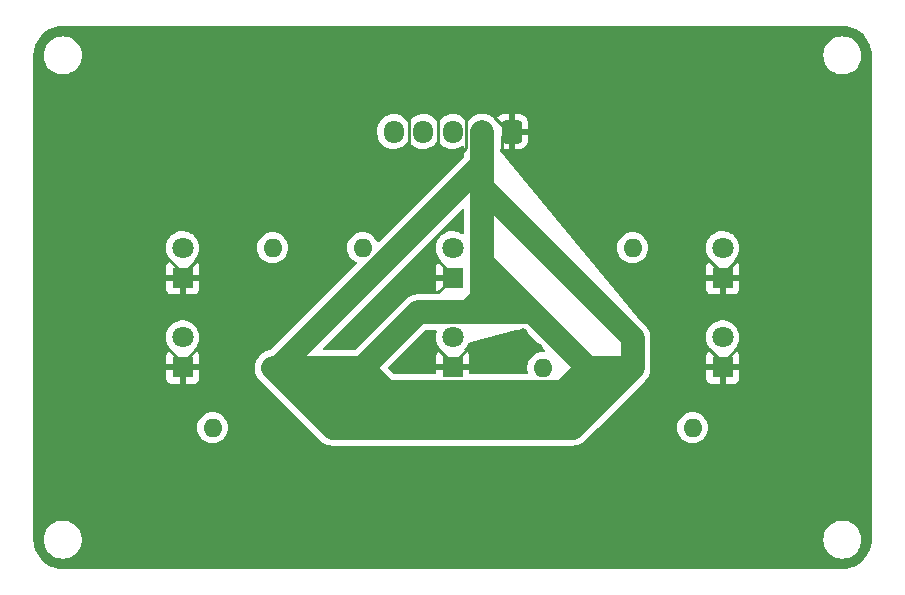
<source format=gtl>
%TF.GenerationSoftware,KiCad,Pcbnew,(6.0.11)*%
%TF.CreationDate,2023-04-21T23:53:04+09:00*%
%TF.ProjectId,line_board,6c696e65-5f62-46f6-9172-642e6b696361,rev?*%
%TF.SameCoordinates,Original*%
%TF.FileFunction,Copper,L1,Top*%
%TF.FilePolarity,Positive*%
%FSLAX46Y46*%
G04 Gerber Fmt 4.6, Leading zero omitted, Abs format (unit mm)*
G04 Created by KiCad (PCBNEW (6.0.11)) date 2023-04-21 23:53:04*
%MOMM*%
%LPD*%
G01*
G04 APERTURE LIST*
G04 Aperture macros list*
%AMRoundRect*
0 Rectangle with rounded corners*
0 $1 Rounding radius*
0 $2 $3 $4 $5 $6 $7 $8 $9 X,Y pos of 4 corners*
0 Add a 4 corners polygon primitive as box body*
4,1,4,$2,$3,$4,$5,$6,$7,$8,$9,$2,$3,0*
0 Add four circle primitives for the rounded corners*
1,1,$1+$1,$2,$3*
1,1,$1+$1,$4,$5*
1,1,$1+$1,$6,$7*
1,1,$1+$1,$8,$9*
0 Add four rect primitives between the rounded corners*
20,1,$1+$1,$2,$3,$4,$5,0*
20,1,$1+$1,$4,$5,$6,$7,0*
20,1,$1+$1,$6,$7,$8,$9,0*
20,1,$1+$1,$8,$9,$2,$3,0*%
G04 Aperture macros list end*
%TA.AperFunction,ComponentPad*%
%ADD10RoundRect,0.250000X0.600000X0.725000X-0.600000X0.725000X-0.600000X-0.725000X0.600000X-0.725000X0*%
%TD*%
%TA.AperFunction,ComponentPad*%
%ADD11O,1.700000X1.950000*%
%TD*%
%TA.AperFunction,ComponentPad*%
%ADD12R,1.800000X1.800000*%
%TD*%
%TA.AperFunction,ComponentPad*%
%ADD13C,1.800000*%
%TD*%
%TA.AperFunction,ComponentPad*%
%ADD14C,1.600000*%
%TD*%
%TA.AperFunction,ComponentPad*%
%ADD15O,1.600000X1.600000*%
%TD*%
%TA.AperFunction,ViaPad*%
%ADD16C,0.800000*%
%TD*%
%TA.AperFunction,Conductor*%
%ADD17C,0.250000*%
%TD*%
%TA.AperFunction,Conductor*%
%ADD18C,2.000000*%
%TD*%
G04 APERTURE END LIST*
D10*
%TO.P,J1,1,Pin_1*%
%TO.N,GND*%
X177960000Y-82620000D03*
D11*
%TO.P,J1,2,Pin_2*%
%TO.N,+3.3V*%
X175460000Y-82620000D03*
%TO.P,J1,3,Pin_3*%
%TO.N,sensor_output_0*%
X172960000Y-82620000D03*
%TO.P,J1,4,Pin_4*%
%TO.N,sensor_output_1*%
X170460000Y-82620000D03*
%TO.P,J1,5,Pin_5*%
%TO.N,sensor_output_2*%
X167960000Y-82620000D03*
%TD*%
D12*
%TO.P,D3,1,K*%
%TO.N,GND*%
X150100000Y-102560000D03*
D13*
%TO.P,D3,2,A*%
%TO.N,Net-(D3-Pad2)*%
X150100000Y-100020000D03*
%TD*%
D14*
%TO.P,R3,1*%
%TO.N,+3.3V*%
X157720000Y-102620000D03*
D15*
%TO.P,R3,2*%
%TO.N,sensor_output_2*%
X157720000Y-92460000D03*
%TD*%
D12*
%TO.P,D1,1,K*%
%TO.N,GND*%
X195820000Y-102560000D03*
D13*
%TO.P,D1,2,A*%
%TO.N,Net-(D1-Pad2)*%
X195820000Y-100020000D03*
%TD*%
%TO.P,Q3,2,C*%
%TO.N,sensor_output_2*%
X150100000Y-92460000D03*
D12*
%TO.P,Q3,1,E*%
%TO.N,GND*%
X150100000Y-95000000D03*
%TD*%
D15*
%TO.P,R6,2*%
%TO.N,Net-(D3-Pad2)*%
X152640000Y-107700000D03*
D14*
%TO.P,R6,1*%
%TO.N,+3.3V*%
X162800000Y-107700000D03*
%TD*%
%TO.P,R4,1*%
%TO.N,+3.3V*%
X183120000Y-107700000D03*
D15*
%TO.P,R4,2*%
%TO.N,Net-(D1-Pad2)*%
X193280000Y-107700000D03*
%TD*%
D12*
%TO.P,D2,1,K*%
%TO.N,GND*%
X172960000Y-102560000D03*
D13*
%TO.P,D2,2,A*%
%TO.N,Net-(D2-Pad2)*%
X172960000Y-100020000D03*
%TD*%
D14*
%TO.P,R1,1*%
%TO.N,+3.3V*%
X188200000Y-102620000D03*
D15*
%TO.P,R1,2*%
%TO.N,sensor_output_0*%
X188200000Y-92460000D03*
%TD*%
D14*
%TO.P,R2,1*%
%TO.N,+3.3V*%
X165340000Y-102620000D03*
D15*
%TO.P,R2,2*%
%TO.N,sensor_output_1*%
X165340000Y-92460000D03*
%TD*%
D12*
%TO.P,Q1,1,E*%
%TO.N,GND*%
X195820000Y-95000000D03*
D13*
%TO.P,Q1,2,C*%
%TO.N,sensor_output_0*%
X195820000Y-92460000D03*
%TD*%
D14*
%TO.P,R5,1*%
%TO.N,+3.3V*%
X180580000Y-92460000D03*
D15*
%TO.P,R5,2*%
%TO.N,Net-(D2-Pad2)*%
X180580000Y-102620000D03*
%TD*%
D13*
%TO.P,Q2,2,C*%
%TO.N,sensor_output_1*%
X172960000Y-92460000D03*
D12*
%TO.P,Q2,1,E*%
%TO.N,GND*%
X172960000Y-95000000D03*
%TD*%
D16*
%TO.N,GND*%
X194630000Y-109230000D03*
X151050000Y-109080000D03*
X174140000Y-80690000D03*
X171740000Y-81010000D03*
X169260000Y-80980000D03*
X166000000Y-82620000D03*
X193920000Y-100180000D03*
X193760000Y-93900000D03*
X193370000Y-97860000D03*
X199180000Y-98010000D03*
X156060000Y-91040000D03*
X151580000Y-91210000D03*
X158060000Y-90650000D03*
X161930000Y-86640000D03*
X157580000Y-88820000D03*
X152490000Y-88910000D03*
X146920000Y-89170000D03*
X147450000Y-93490000D03*
X142690000Y-89230000D03*
X142800000Y-93580000D03*
X138080000Y-93380000D03*
X138190000Y-89200000D03*
X138230000Y-84200000D03*
X142360000Y-84160000D03*
X146760000Y-83900000D03*
X152760000Y-83980000D03*
X157410000Y-83900000D03*
X162370000Y-83590000D03*
X146710000Y-78890000D03*
X152590000Y-79070000D03*
X157330000Y-79240000D03*
X162420000Y-79150000D03*
X167770000Y-78800000D03*
X147020000Y-74190000D03*
X152630000Y-74150000D03*
X157630000Y-74240000D03*
X162510000Y-74240000D03*
X167640000Y-74240000D03*
X177950000Y-79200000D03*
X172770000Y-79150000D03*
X172900000Y-74240000D03*
X177730000Y-74410000D03*
X182250000Y-74100000D03*
X182250000Y-78800000D03*
X187650000Y-74400000D03*
X187560000Y-78490000D03*
X192910000Y-78190000D03*
X193000000Y-74100000D03*
X182080000Y-83580000D03*
X187470000Y-83410000D03*
X192610000Y-83450000D03*
X178420000Y-84930000D03*
X181990000Y-88760000D03*
X187340000Y-88760000D03*
X192610000Y-88720000D03*
X198520000Y-74100000D03*
X198570000Y-78320000D03*
X198660000Y-83240000D03*
X199050000Y-88630000D03*
X199050000Y-93370000D03*
X199350000Y-102730000D03*
X203530000Y-83020000D03*
X203310000Y-88280000D03*
X203530000Y-93330000D03*
X203750000Y-98030000D03*
X203750000Y-102600000D03*
X207850000Y-82770000D03*
X207980000Y-88470000D03*
X208020000Y-93300000D03*
X208020000Y-98040000D03*
X207980000Y-102570000D03*
X207830000Y-107120000D03*
X204000000Y-107030000D03*
X199440000Y-106860000D03*
X187200000Y-106710000D03*
X158570000Y-106890000D03*
X207890000Y-111620000D03*
X203860000Y-111710000D03*
X199660000Y-115240000D03*
X199570000Y-111620000D03*
X194120000Y-111910000D03*
X194120000Y-115360000D03*
X188690000Y-111850000D03*
X188690000Y-115510000D03*
X182950000Y-111730000D03*
X183120000Y-115680000D03*
X177520000Y-111620000D03*
X177640000Y-115740000D03*
X172880000Y-115650000D03*
X172970000Y-111790000D03*
X167630000Y-111730000D03*
X167460000Y-115650000D03*
X199700000Y-119110000D03*
X194330000Y-119000000D03*
X188770000Y-119000000D03*
X183050000Y-119020000D03*
X177740000Y-118940000D03*
X173020000Y-118970000D03*
X167560000Y-119050000D03*
X162490000Y-119140000D03*
X162280000Y-115540000D03*
X157410000Y-119050000D03*
X157350000Y-115460000D03*
X152330000Y-119200000D03*
X152280000Y-115690000D03*
X147780000Y-119050000D03*
X147750000Y-115860000D03*
X162240000Y-111780000D03*
X157310000Y-111690000D03*
X152120000Y-111430000D03*
X147820000Y-111430000D03*
X143070000Y-111660000D03*
X138050000Y-111520000D03*
X138110000Y-106730000D03*
X142950000Y-106560000D03*
X147740000Y-106380000D03*
X147590000Y-101800000D03*
X138160000Y-101950000D03*
X142860000Y-101680000D03*
X192060000Y-109310000D03*
X194580000Y-106340000D03*
X192060000Y-106270000D03*
X153910000Y-109160000D03*
X151200000Y-106270000D03*
X154070000Y-106390000D03*
X153920000Y-102210000D03*
X152010000Y-100150000D03*
X138000000Y-97540000D03*
X142760000Y-97400000D03*
X147510000Y-97310000D03*
X152180000Y-97310000D03*
X156360000Y-97200000D03*
X156290000Y-93620000D03*
X159710000Y-93090000D03*
X162760000Y-89840000D03*
X165400000Y-87060000D03*
X167780000Y-84620000D03*
X160620000Y-97000000D03*
X157290000Y-100460000D03*
X156330000Y-104140000D03*
X162180000Y-109800000D03*
X169100000Y-109940000D03*
X176940000Y-109900000D03*
X184060000Y-109620000D03*
X189900000Y-103760000D03*
X189920000Y-98850000D03*
X185960000Y-94260000D03*
X189630000Y-93710000D03*
X194310000Y-91060000D03*
X189660000Y-91130000D03*
X186670000Y-91080000D03*
X183440000Y-91040000D03*
X166560000Y-97810000D03*
X164590000Y-100460000D03*
X169350000Y-96050000D03*
X207980000Y-76820000D03*
X206480000Y-78240000D03*
X204380000Y-77560000D03*
X204140000Y-75090000D03*
X205840000Y-74090000D03*
X207440000Y-74660000D03*
X142050000Y-75700000D03*
X141470000Y-77650000D03*
X139250000Y-78210000D03*
X137930000Y-76660000D03*
X140450000Y-74190000D03*
X138510000Y-74710000D03*
X140680000Y-119150000D03*
X142140000Y-117770000D03*
X141440000Y-115540000D03*
X139230000Y-115120000D03*
X137860000Y-116780000D03*
X138520000Y-118640000D03*
X203660000Y-116380000D03*
X205970000Y-114930000D03*
X207890000Y-115730000D03*
X204600000Y-119070000D03*
X206740000Y-119030000D03*
X207950000Y-117570000D03*
X174740000Y-101110000D03*
X171010000Y-99930000D03*
X168170000Y-102650000D03*
X177480000Y-101060000D03*
X178860000Y-102670000D03*
X178900000Y-99660000D03*
X180190000Y-100990000D03*
X169330000Y-94240000D03*
X163980000Y-93730000D03*
X166710000Y-91090000D03*
X169260000Y-88620000D03*
X171670000Y-86300000D03*
X173320000Y-84800000D03*
X171090000Y-92450000D03*
X162910000Y-100660000D03*
X173320000Y-90390000D03*
%TD*%
D17*
%TO.N,GND*%
X169250000Y-81360000D02*
X169250000Y-83990000D01*
D18*
%TO.N,+3.3V*%
X178470000Y-96700000D02*
X175460000Y-96700000D01*
X179690000Y-97920000D02*
X178470000Y-96700000D01*
X175460000Y-93690000D02*
X175460000Y-90370000D01*
X184390000Y-102620000D02*
X175460000Y-93690000D01*
X175460000Y-90370000D02*
X175460000Y-82620000D01*
X175460000Y-96700000D02*
X175460000Y-90370000D01*
X179690000Y-97920000D02*
X184390000Y-102620000D01*
X165340000Y-102620000D02*
X163410000Y-102620000D01*
X163410000Y-102620000D02*
X161895000Y-104135000D01*
X161895000Y-104135000D02*
X162860000Y-105100000D01*
X160380000Y-102620000D02*
X161895000Y-104135000D01*
X157720000Y-102620000D02*
X160380000Y-102620000D01*
X162860000Y-105100000D02*
X161840000Y-106120000D01*
X165340000Y-102620000D02*
X162860000Y-105100000D01*
X161840000Y-106120000D02*
X161840000Y-106740000D01*
X161840000Y-106740000D02*
X157720000Y-102620000D01*
X162800000Y-107700000D02*
X161840000Y-106740000D01*
X162800000Y-107700000D02*
X166270000Y-104230000D01*
X166270000Y-103550000D02*
X167380000Y-104660000D01*
X165340000Y-102620000D02*
X166270000Y-103550000D01*
X166270000Y-104230000D02*
X166270000Y-103550000D01*
X181460000Y-106040000D02*
X166000000Y-106040000D01*
X183120000Y-107700000D02*
X181460000Y-106040000D01*
X166000000Y-106040000D02*
X164340000Y-107700000D01*
X185930000Y-102620000D02*
X183120000Y-105430000D01*
X188200000Y-102620000D02*
X185930000Y-102620000D01*
D17*
%TO.N,GND*%
X150100000Y-102240000D02*
X148740000Y-100880000D01*
X150100000Y-102560000D02*
X150100000Y-102240000D01*
X150100000Y-102200000D02*
X151510000Y-100790000D01*
X150100000Y-102560000D02*
X150100000Y-102200000D01*
X150100000Y-94640000D02*
X148850000Y-93390000D01*
X150100000Y-95000000D02*
X150100000Y-94640000D01*
X150100000Y-94710000D02*
X151410000Y-93400000D01*
X150100000Y-95000000D02*
X150100000Y-94710000D01*
X171740000Y-81300000D02*
X171740000Y-83970000D01*
X174135000Y-83985000D02*
X174135000Y-81265000D01*
X173320000Y-84800000D02*
X174135000Y-83985000D01*
X177120000Y-84210000D02*
X177130000Y-84220000D01*
X177120000Y-83010000D02*
X177120000Y-84210000D01*
X177510000Y-82620000D02*
X177120000Y-83010000D01*
X177960000Y-82620000D02*
X177510000Y-82620000D01*
X177700000Y-82620000D02*
X176440000Y-81360000D01*
X177960000Y-82620000D02*
X177700000Y-82620000D01*
X195820000Y-94680000D02*
X197190000Y-93310000D01*
X195820000Y-95000000D02*
X195820000Y-94680000D01*
X195820000Y-94700000D02*
X194550000Y-93430000D01*
X195820000Y-95000000D02*
X195820000Y-94700000D01*
X195820000Y-102180000D02*
X197060000Y-100940000D01*
X195820000Y-102560000D02*
X195820000Y-102180000D01*
X195820000Y-102250000D02*
X194630000Y-101060000D01*
X195820000Y-102560000D02*
X195820000Y-102250000D01*
X172960000Y-102270000D02*
X174190000Y-101040000D01*
X172960000Y-102560000D02*
X172960000Y-102270000D01*
X172960000Y-102290000D02*
X171730000Y-101060000D01*
X172960000Y-102560000D02*
X172960000Y-102290000D01*
X172960000Y-94780000D02*
X171640000Y-93460000D01*
X172960000Y-95000000D02*
X172960000Y-94780000D01*
X171730000Y-96230000D02*
X171250000Y-96230000D01*
X172960000Y-95000000D02*
X171730000Y-96230000D01*
D18*
%TO.N,+3.3V*%
X183120000Y-105430000D02*
X182350000Y-104660000D01*
X183120000Y-107700000D02*
X183120000Y-105430000D01*
X164340000Y-107700000D02*
X167380000Y-104660000D01*
X162800000Y-107700000D02*
X164340000Y-107700000D01*
X175460000Y-87340000D02*
X179945000Y-91825000D01*
X158185000Y-102620000D02*
X157720000Y-102620000D01*
X175460000Y-85345000D02*
X158185000Y-102620000D01*
X175460000Y-82620000D02*
X175460000Y-85345000D01*
X179690000Y-97920000D02*
X171310000Y-97920000D01*
X167380000Y-104660000D02*
X182350000Y-104660000D01*
X182350000Y-104660000D02*
X184390000Y-102620000D01*
X183120000Y-107700000D02*
X162800000Y-107700000D01*
X188200000Y-102620000D02*
X183120000Y-107700000D01*
X188200000Y-102620000D02*
X184390000Y-102620000D01*
X171310000Y-97920000D02*
X174240000Y-97920000D01*
X170040000Y-97920000D02*
X171310000Y-97920000D01*
X179945000Y-91825000D02*
X188200000Y-100080000D01*
X179945000Y-91825000D02*
X180580000Y-92460000D01*
X165340000Y-102620000D02*
X170040000Y-97920000D01*
X174240000Y-97920000D02*
X175460000Y-96700000D01*
X188200000Y-100080000D02*
X188200000Y-102620000D01*
X175460000Y-82620000D02*
X175460000Y-87340000D01*
X165340000Y-102620000D02*
X157720000Y-102620000D01*
%TD*%
%TA.AperFunction,Conductor*%
%TO.N,GND*%
G36*
X205930018Y-73680000D02*
G01*
X205944851Y-73682310D01*
X205944855Y-73682310D01*
X205953724Y-73683691D01*
X205970923Y-73681442D01*
X205994863Y-73680609D01*
X206252710Y-73696206D01*
X206267814Y-73698040D01*
X206339786Y-73711229D01*
X206548760Y-73749525D01*
X206563526Y-73753164D01*
X206836231Y-73838142D01*
X206850445Y-73843534D01*
X207068223Y-73941547D01*
X207110906Y-73960757D01*
X207124379Y-73967828D01*
X207368813Y-74115595D01*
X207381334Y-74124238D01*
X207606171Y-74300385D01*
X207617560Y-74310475D01*
X207819525Y-74512440D01*
X207829615Y-74523829D01*
X208005762Y-74748666D01*
X208014405Y-74761187D01*
X208162172Y-75005621D01*
X208169242Y-75019092D01*
X208286466Y-75279555D01*
X208291858Y-75293769D01*
X208338071Y-75442072D01*
X208376836Y-75566473D01*
X208380475Y-75581240D01*
X208397881Y-75676221D01*
X208431960Y-75862186D01*
X208433794Y-75877290D01*
X208448953Y-76127904D01*
X208447692Y-76154716D01*
X208447690Y-76154852D01*
X208446309Y-76163724D01*
X208447473Y-76172626D01*
X208447473Y-76172628D01*
X208450436Y-76195283D01*
X208451500Y-76211621D01*
X208451500Y-117120633D01*
X208450000Y-117140018D01*
X208447690Y-117154851D01*
X208447690Y-117154855D01*
X208446309Y-117163724D01*
X208448558Y-117180919D01*
X208449391Y-117204863D01*
X208433794Y-117462710D01*
X208431960Y-117477814D01*
X208396162Y-117673164D01*
X208380477Y-117758754D01*
X208376836Y-117773526D01*
X208335331Y-117906722D01*
X208291859Y-118046227D01*
X208286466Y-118060445D01*
X208173747Y-118310898D01*
X208169243Y-118320906D01*
X208162172Y-118334379D01*
X208014405Y-118578813D01*
X208005762Y-118591334D01*
X207829615Y-118816171D01*
X207819525Y-118827560D01*
X207617560Y-119029525D01*
X207606171Y-119039615D01*
X207381334Y-119215762D01*
X207368813Y-119224405D01*
X207124379Y-119372172D01*
X207110908Y-119379242D01*
X206850445Y-119496466D01*
X206836231Y-119501858D01*
X206563527Y-119586836D01*
X206548760Y-119590475D01*
X206339786Y-119628771D01*
X206267814Y-119641960D01*
X206252710Y-119643794D01*
X206002096Y-119658953D01*
X205975284Y-119657692D01*
X205975148Y-119657690D01*
X205966276Y-119656309D01*
X205957374Y-119657473D01*
X205957372Y-119657473D01*
X205942707Y-119659391D01*
X205934714Y-119660436D01*
X205918379Y-119661500D01*
X140009367Y-119661500D01*
X139989982Y-119660000D01*
X139975149Y-119657690D01*
X139975145Y-119657690D01*
X139966276Y-119656309D01*
X139949077Y-119658558D01*
X139925137Y-119659391D01*
X139667290Y-119643794D01*
X139652186Y-119641960D01*
X139580214Y-119628771D01*
X139371240Y-119590475D01*
X139356473Y-119586836D01*
X139083769Y-119501858D01*
X139069555Y-119496466D01*
X138809092Y-119379242D01*
X138795621Y-119372172D01*
X138551187Y-119224405D01*
X138538666Y-119215762D01*
X138313829Y-119039615D01*
X138302440Y-119029525D01*
X138100475Y-118827560D01*
X138090385Y-118816171D01*
X137914238Y-118591334D01*
X137905595Y-118578813D01*
X137757828Y-118334379D01*
X137750757Y-118320906D01*
X137746253Y-118310898D01*
X137633534Y-118060445D01*
X137628141Y-118046227D01*
X137584670Y-117906722D01*
X137543164Y-117773526D01*
X137539523Y-117758754D01*
X137523839Y-117673164D01*
X137488040Y-117477814D01*
X137486206Y-117462710D01*
X137471269Y-117215768D01*
X137472520Y-117192216D01*
X137472334Y-117192199D01*
X137472769Y-117187350D01*
X137473576Y-117182552D01*
X137473729Y-117170000D01*
X138346526Y-117170000D01*
X138366391Y-117422403D01*
X138367545Y-117427210D01*
X138367546Y-117427216D01*
X138377894Y-117470317D01*
X138425495Y-117668591D01*
X138427388Y-117673162D01*
X138427389Y-117673164D01*
X138465949Y-117766255D01*
X138522384Y-117902502D01*
X138654672Y-118118376D01*
X138819102Y-118310898D01*
X139011624Y-118475328D01*
X139227498Y-118607616D01*
X139232068Y-118609509D01*
X139232072Y-118609511D01*
X139456836Y-118702611D01*
X139461409Y-118704505D01*
X139546032Y-118724821D01*
X139702784Y-118762454D01*
X139702790Y-118762455D01*
X139707597Y-118763609D01*
X139960000Y-118783474D01*
X140212403Y-118763609D01*
X140217210Y-118762455D01*
X140217216Y-118762454D01*
X140373968Y-118724821D01*
X140458591Y-118704505D01*
X140463164Y-118702611D01*
X140687928Y-118609511D01*
X140687932Y-118609509D01*
X140692502Y-118607616D01*
X140908376Y-118475328D01*
X141100898Y-118310898D01*
X141265328Y-118118376D01*
X141397616Y-117902502D01*
X141454052Y-117766255D01*
X141492611Y-117673164D01*
X141492612Y-117673162D01*
X141494505Y-117668591D01*
X141542106Y-117470317D01*
X141552454Y-117427216D01*
X141552455Y-117427210D01*
X141553609Y-117422403D01*
X141573474Y-117170000D01*
X204346526Y-117170000D01*
X204366391Y-117422403D01*
X204367545Y-117427210D01*
X204367546Y-117427216D01*
X204377894Y-117470317D01*
X204425495Y-117668591D01*
X204427388Y-117673162D01*
X204427389Y-117673164D01*
X204465949Y-117766255D01*
X204522384Y-117902502D01*
X204654672Y-118118376D01*
X204819102Y-118310898D01*
X205011624Y-118475328D01*
X205227498Y-118607616D01*
X205232068Y-118609509D01*
X205232072Y-118609511D01*
X205456836Y-118702611D01*
X205461409Y-118704505D01*
X205546032Y-118724821D01*
X205702784Y-118762454D01*
X205702790Y-118762455D01*
X205707597Y-118763609D01*
X205960000Y-118783474D01*
X206212403Y-118763609D01*
X206217210Y-118762455D01*
X206217216Y-118762454D01*
X206373968Y-118724821D01*
X206458591Y-118704505D01*
X206463164Y-118702611D01*
X206687928Y-118609511D01*
X206687932Y-118609509D01*
X206692502Y-118607616D01*
X206908376Y-118475328D01*
X207100898Y-118310898D01*
X207265328Y-118118376D01*
X207397616Y-117902502D01*
X207454052Y-117766255D01*
X207492611Y-117673164D01*
X207492612Y-117673162D01*
X207494505Y-117668591D01*
X207542106Y-117470317D01*
X207552454Y-117427216D01*
X207552455Y-117427210D01*
X207553609Y-117422403D01*
X207573474Y-117170000D01*
X207553609Y-116917597D01*
X207543203Y-116874250D01*
X207495660Y-116676221D01*
X207494505Y-116671409D01*
X207488846Y-116657746D01*
X207399511Y-116442072D01*
X207399509Y-116442068D01*
X207397616Y-116437498D01*
X207265328Y-116221624D01*
X207100898Y-116029102D01*
X206908376Y-115864672D01*
X206692502Y-115732384D01*
X206687932Y-115730491D01*
X206687928Y-115730489D01*
X206463164Y-115637389D01*
X206463162Y-115637388D01*
X206458591Y-115635495D01*
X206373968Y-115615179D01*
X206217216Y-115577546D01*
X206217210Y-115577545D01*
X206212403Y-115576391D01*
X205960000Y-115556526D01*
X205707597Y-115576391D01*
X205702790Y-115577545D01*
X205702784Y-115577546D01*
X205546032Y-115615179D01*
X205461409Y-115635495D01*
X205456838Y-115637388D01*
X205456836Y-115637389D01*
X205232072Y-115730489D01*
X205232068Y-115730491D01*
X205227498Y-115732384D01*
X205011624Y-115864672D01*
X204819102Y-116029102D01*
X204654672Y-116221624D01*
X204522384Y-116437498D01*
X204520491Y-116442068D01*
X204520489Y-116442072D01*
X204431154Y-116657746D01*
X204425495Y-116671409D01*
X204424340Y-116676221D01*
X204376798Y-116874250D01*
X204366391Y-116917597D01*
X204346526Y-117170000D01*
X141573474Y-117170000D01*
X141553609Y-116917597D01*
X141543203Y-116874250D01*
X141495660Y-116676221D01*
X141494505Y-116671409D01*
X141488846Y-116657746D01*
X141399511Y-116442072D01*
X141399509Y-116442068D01*
X141397616Y-116437498D01*
X141265328Y-116221624D01*
X141100898Y-116029102D01*
X140908376Y-115864672D01*
X140692502Y-115732384D01*
X140687932Y-115730491D01*
X140687928Y-115730489D01*
X140463164Y-115637389D01*
X140463162Y-115637388D01*
X140458591Y-115635495D01*
X140373968Y-115615179D01*
X140217216Y-115577546D01*
X140217210Y-115577545D01*
X140212403Y-115576391D01*
X139960000Y-115556526D01*
X139707597Y-115576391D01*
X139702790Y-115577545D01*
X139702784Y-115577546D01*
X139546032Y-115615179D01*
X139461409Y-115635495D01*
X139456838Y-115637388D01*
X139456836Y-115637389D01*
X139232072Y-115730489D01*
X139232068Y-115730491D01*
X139227498Y-115732384D01*
X139011624Y-115864672D01*
X138819102Y-116029102D01*
X138654672Y-116221624D01*
X138522384Y-116437498D01*
X138520491Y-116442068D01*
X138520489Y-116442072D01*
X138431154Y-116657746D01*
X138425495Y-116671409D01*
X138424340Y-116676221D01*
X138376798Y-116874250D01*
X138366391Y-116917597D01*
X138346526Y-117170000D01*
X137473729Y-117170000D01*
X137469773Y-117142376D01*
X137468500Y-117124514D01*
X137468500Y-107700000D01*
X151326502Y-107700000D01*
X151346457Y-107928087D01*
X151405716Y-108149243D01*
X151408039Y-108154224D01*
X151408039Y-108154225D01*
X151500151Y-108351762D01*
X151500154Y-108351767D01*
X151502477Y-108356749D01*
X151633802Y-108544300D01*
X151795700Y-108706198D01*
X151800208Y-108709355D01*
X151800211Y-108709357D01*
X151860115Y-108751302D01*
X151983251Y-108837523D01*
X151988233Y-108839846D01*
X151988238Y-108839849D01*
X152176144Y-108927470D01*
X152190757Y-108934284D01*
X152196065Y-108935706D01*
X152196067Y-108935707D01*
X152406598Y-108992119D01*
X152406600Y-108992119D01*
X152411913Y-108993543D01*
X152640000Y-109013498D01*
X152868087Y-108993543D01*
X152873400Y-108992119D01*
X152873402Y-108992119D01*
X153083933Y-108935707D01*
X153083935Y-108935706D01*
X153089243Y-108934284D01*
X153103856Y-108927470D01*
X153291762Y-108839849D01*
X153291767Y-108839846D01*
X153296749Y-108837523D01*
X153419885Y-108751302D01*
X153479789Y-108709357D01*
X153479792Y-108709355D01*
X153484300Y-108706198D01*
X153646198Y-108544300D01*
X153777523Y-108356749D01*
X153779846Y-108351767D01*
X153779849Y-108351762D01*
X153871961Y-108154225D01*
X153871961Y-108154224D01*
X153874284Y-108149243D01*
X153933543Y-107928087D01*
X153953498Y-107700000D01*
X153933543Y-107471913D01*
X153874284Y-107250757D01*
X153871961Y-107245775D01*
X153779849Y-107048238D01*
X153779846Y-107048233D01*
X153777523Y-107043251D01*
X153646198Y-106855700D01*
X153484300Y-106693802D01*
X153479792Y-106690645D01*
X153479789Y-106690643D01*
X153401611Y-106635902D01*
X153296749Y-106562477D01*
X153291767Y-106560154D01*
X153291762Y-106560151D01*
X153094225Y-106468039D01*
X153094224Y-106468039D01*
X153089243Y-106465716D01*
X153083935Y-106464294D01*
X153083933Y-106464293D01*
X152873402Y-106407881D01*
X152873400Y-106407881D01*
X152868087Y-106406457D01*
X152640000Y-106386502D01*
X152411913Y-106406457D01*
X152406600Y-106407881D01*
X152406598Y-106407881D01*
X152196067Y-106464293D01*
X152196065Y-106464294D01*
X152190757Y-106465716D01*
X152185776Y-106468039D01*
X152185775Y-106468039D01*
X151988238Y-106560151D01*
X151988233Y-106560154D01*
X151983251Y-106562477D01*
X151878389Y-106635902D01*
X151800211Y-106690643D01*
X151800208Y-106690645D01*
X151795700Y-106693802D01*
X151633802Y-106855700D01*
X151502477Y-107043251D01*
X151500154Y-107048233D01*
X151500151Y-107048238D01*
X151408039Y-107245775D01*
X151405716Y-107250757D01*
X151346457Y-107471913D01*
X151326502Y-107700000D01*
X137468500Y-107700000D01*
X137468500Y-103504669D01*
X148692001Y-103504669D01*
X148692371Y-103511490D01*
X148697895Y-103562352D01*
X148701521Y-103577604D01*
X148746676Y-103698054D01*
X148755214Y-103713649D01*
X148831715Y-103815724D01*
X148844276Y-103828285D01*
X148946351Y-103904786D01*
X148961946Y-103913324D01*
X149082394Y-103958478D01*
X149097649Y-103962105D01*
X149148514Y-103967631D01*
X149155328Y-103968000D01*
X149827885Y-103968000D01*
X149843124Y-103963525D01*
X149844329Y-103962135D01*
X149846000Y-103954452D01*
X149846000Y-103949884D01*
X150354000Y-103949884D01*
X150358475Y-103965123D01*
X150359865Y-103966328D01*
X150367548Y-103967999D01*
X151044669Y-103967999D01*
X151051490Y-103967629D01*
X151102352Y-103962105D01*
X151117604Y-103958479D01*
X151238054Y-103913324D01*
X151253649Y-103904786D01*
X151355724Y-103828285D01*
X151368285Y-103815724D01*
X151444786Y-103713649D01*
X151453324Y-103698054D01*
X151498478Y-103577606D01*
X151502105Y-103562351D01*
X151507631Y-103511486D01*
X151508000Y-103504672D01*
X151508000Y-102832115D01*
X151503525Y-102816876D01*
X151502135Y-102815671D01*
X151494452Y-102814000D01*
X150372115Y-102814000D01*
X150356876Y-102818475D01*
X150355671Y-102819865D01*
X150354000Y-102827548D01*
X150354000Y-103949884D01*
X149846000Y-103949884D01*
X149846000Y-102832115D01*
X149841525Y-102816876D01*
X149840135Y-102815671D01*
X149832452Y-102814000D01*
X148710116Y-102814000D01*
X148694877Y-102818475D01*
X148693672Y-102819865D01*
X148692001Y-102827548D01*
X148692001Y-103504669D01*
X137468500Y-103504669D01*
X137468500Y-102672817D01*
X156207514Y-102672817D01*
X156208095Y-102677837D01*
X156208272Y-102682907D01*
X156208255Y-102682908D01*
X156208524Y-102689090D01*
X156208542Y-102689089D01*
X156208807Y-102694151D01*
X156208666Y-102699205D01*
X156222732Y-102804619D01*
X156222833Y-102805379D01*
X156223103Y-102807549D01*
X156235415Y-102913956D01*
X156236792Y-102918824D01*
X156237776Y-102923791D01*
X156237760Y-102923794D01*
X156239016Y-102929861D01*
X156239033Y-102929857D01*
X156240101Y-102934794D01*
X156240771Y-102939820D01*
X156265401Y-103021398D01*
X156271717Y-103042318D01*
X156272335Y-103044429D01*
X156299411Y-103140114D01*
X156301510Y-103147532D01*
X156303646Y-103152113D01*
X156305411Y-103156858D01*
X156305396Y-103156864D01*
X156307608Y-103162657D01*
X156307623Y-103162651D01*
X156309472Y-103167368D01*
X156310933Y-103172208D01*
X156313149Y-103176752D01*
X156313150Y-103176754D01*
X156357888Y-103268480D01*
X156358833Y-103270463D01*
X156404099Y-103367536D01*
X156406941Y-103371718D01*
X156409444Y-103376124D01*
X156409430Y-103376132D01*
X156412537Y-103381492D01*
X156412551Y-103381484D01*
X156415130Y-103385844D01*
X156417346Y-103390388D01*
X156420263Y-103394523D01*
X156479086Y-103477911D01*
X156480338Y-103479718D01*
X156488543Y-103491791D01*
X156540544Y-103568307D01*
X156544020Y-103571983D01*
X156547194Y-103575930D01*
X156547181Y-103575941D01*
X156552495Y-103582434D01*
X156552509Y-103582423D01*
X156553774Y-103583996D01*
X156554850Y-103585311D01*
X156557274Y-103588747D01*
X156559941Y-103591667D01*
X156559946Y-103591674D01*
X156575938Y-103609187D01*
X156576909Y-103610250D01*
X156636325Y-103669666D01*
X156638779Y-103672188D01*
X156707332Y-103744681D01*
X156711358Y-103747759D01*
X156711359Y-103747760D01*
X156717708Y-103752614D01*
X156730274Y-103763615D01*
X160736625Y-107769966D01*
X160742044Y-107775736D01*
X160785350Y-107824858D01*
X160785353Y-107824861D01*
X160788698Y-107828655D01*
X160792606Y-107831865D01*
X160792607Y-107831866D01*
X160820989Y-107855179D01*
X160830108Y-107863449D01*
X161706575Y-108739916D01*
X161710526Y-108744049D01*
X161767858Y-108806836D01*
X161771822Y-108809978D01*
X161775524Y-108813430D01*
X161775512Y-108813443D01*
X161780082Y-108817630D01*
X161780093Y-108817618D01*
X161783862Y-108821011D01*
X161787332Y-108824681D01*
X161849757Y-108872408D01*
X161854892Y-108876552D01*
X161914720Y-108927470D01*
X161930595Y-108937085D01*
X161943564Y-108946099D01*
X161958098Y-108957618D01*
X161962523Y-108960091D01*
X161966721Y-108962901D01*
X161966711Y-108962916D01*
X161971888Y-108966317D01*
X161971897Y-108966303D01*
X161976153Y-108969045D01*
X161980174Y-108972120D01*
X162047944Y-109008458D01*
X162049401Y-109009239D01*
X162055126Y-109012504D01*
X162122358Y-109053221D01*
X162127041Y-109055113D01*
X162127045Y-109055115D01*
X162139553Y-109060168D01*
X162153825Y-109067006D01*
X162165581Y-109073577D01*
X162165587Y-109073580D01*
X162169998Y-109076045D01*
X162174749Y-109077774D01*
X162179358Y-109079884D01*
X162179351Y-109079900D01*
X162185004Y-109082429D01*
X162185011Y-109082412D01*
X162189639Y-109084434D01*
X162194109Y-109086831D01*
X162198905Y-109088482D01*
X162198904Y-109088482D01*
X162268401Y-109112412D01*
X162274579Y-109114722D01*
X162306159Y-109127481D01*
X162347429Y-109144155D01*
X162352360Y-109145275D01*
X162352359Y-109145275D01*
X162365506Y-109148262D01*
X162380686Y-109152730D01*
X162393348Y-109157339D01*
X162393353Y-109157340D01*
X162398105Y-109159070D01*
X162403076Y-109160018D01*
X162407955Y-109161362D01*
X162407951Y-109161378D01*
X162413938Y-109162971D01*
X162413942Y-109162955D01*
X162418842Y-109164213D01*
X162423631Y-109165862D01*
X162501100Y-109179243D01*
X162507504Y-109180523D01*
X162584144Y-109197935D01*
X162589193Y-109198253D01*
X162589195Y-109198253D01*
X162602640Y-109199099D01*
X162618333Y-109201081D01*
X162631587Y-109203609D01*
X162631590Y-109203609D01*
X162636553Y-109204556D01*
X162641605Y-109204697D01*
X162646639Y-109205244D01*
X162646637Y-109205259D01*
X162654993Y-109206094D01*
X162654995Y-109206077D01*
X162656923Y-109206286D01*
X162658682Y-109206462D01*
X162658915Y-109206502D01*
X162662836Y-109207179D01*
X162669644Y-109207488D01*
X162690506Y-109208436D01*
X162690525Y-109208436D01*
X162691925Y-109208500D01*
X162748108Y-109208500D01*
X162756019Y-109208749D01*
X162826413Y-109213178D01*
X162831450Y-109212684D01*
X162831455Y-109212684D01*
X162844863Y-109211369D01*
X162860676Y-109210816D01*
X162871458Y-109211118D01*
X162874153Y-109211193D01*
X162874155Y-109211193D01*
X162879205Y-109211334D01*
X162892150Y-109209607D01*
X162908812Y-109208500D01*
X164315984Y-109208500D01*
X164319502Y-109208549D01*
X164414150Y-109211193D01*
X164414153Y-109211193D01*
X164419205Y-109211334D01*
X164432150Y-109209607D01*
X164448812Y-109208500D01*
X183068108Y-109208500D01*
X183076019Y-109208749D01*
X183099971Y-109210256D01*
X183141358Y-109212860D01*
X183141359Y-109212860D01*
X183146413Y-109213178D01*
X183151451Y-109212684D01*
X183156510Y-109212596D01*
X183156510Y-109212612D01*
X183162711Y-109212450D01*
X183162710Y-109212433D01*
X183167762Y-109212257D01*
X183172817Y-109212486D01*
X183177838Y-109211905D01*
X183182906Y-109211728D01*
X183182907Y-109211745D01*
X183189090Y-109211476D01*
X183189089Y-109211458D01*
X183194151Y-109211193D01*
X183199205Y-109211334D01*
X183204744Y-109210595D01*
X183220077Y-109208549D01*
X183277098Y-109200941D01*
X183283639Y-109200242D01*
X183334521Y-109196148D01*
X183356920Y-109194346D01*
X183356921Y-109194346D01*
X183361965Y-109193940D01*
X183366877Y-109192733D01*
X183371880Y-109191923D01*
X183371883Y-109191940D01*
X183377984Y-109190898D01*
X183377981Y-109190880D01*
X183382960Y-109189984D01*
X183388002Y-109189490D01*
X183392901Y-109188195D01*
X183397878Y-109187300D01*
X183397881Y-109187316D01*
X183403967Y-109186167D01*
X183403964Y-109186150D01*
X183408933Y-109185166D01*
X183413956Y-109184585D01*
X183418821Y-109183208D01*
X183423792Y-109182224D01*
X183423795Y-109182240D01*
X183429861Y-109180984D01*
X183429857Y-109180967D01*
X183434794Y-109179899D01*
X183439820Y-109179229D01*
X183488453Y-109164546D01*
X183515029Y-109156522D01*
X183521392Y-109154781D01*
X183597706Y-109136037D01*
X183602363Y-109134060D01*
X183607170Y-109132461D01*
X183607175Y-109132477D01*
X183613031Y-109130472D01*
X183613025Y-109130456D01*
X183617800Y-109128774D01*
X183622696Y-109127481D01*
X183627324Y-109125421D01*
X183632093Y-109123741D01*
X183632099Y-109123758D01*
X183637924Y-109121649D01*
X183637918Y-109121632D01*
X183642660Y-109119869D01*
X183647532Y-109118490D01*
X183652122Y-109116350D01*
X183656862Y-109114587D01*
X183656868Y-109114603D01*
X183662657Y-109112392D01*
X183662651Y-109112377D01*
X183667370Y-109110528D01*
X183672208Y-109109067D01*
X183676748Y-109106853D01*
X183676760Y-109106848D01*
X183742818Y-109074629D01*
X183748820Y-109071893D01*
X183816501Y-109043164D01*
X183816502Y-109043164D01*
X183821156Y-109041188D01*
X183825434Y-109038494D01*
X183829922Y-109036148D01*
X183829929Y-109036162D01*
X183835400Y-109033242D01*
X183835392Y-109033227D01*
X183839834Y-109030805D01*
X183844456Y-109028747D01*
X183848688Y-109025977D01*
X183853133Y-109023554D01*
X183853141Y-109023569D01*
X183858559Y-109020554D01*
X183858550Y-109020539D01*
X183862951Y-109018039D01*
X183867536Y-109015901D01*
X183871718Y-109013059D01*
X183876124Y-109010556D01*
X183876132Y-109010570D01*
X183881492Y-109007463D01*
X183881484Y-109007449D01*
X183885845Y-109004870D01*
X183890388Y-109002654D01*
X183954600Y-108957357D01*
X183960086Y-108953699D01*
X184022286Y-108914529D01*
X184022287Y-108914528D01*
X184026567Y-108911833D01*
X184030358Y-108908491D01*
X184034414Y-108905457D01*
X184034424Y-108905470D01*
X184039357Y-108901712D01*
X184039347Y-108901699D01*
X184043344Y-108898598D01*
X184047579Y-108895827D01*
X184051314Y-108892416D01*
X184055317Y-108889311D01*
X184055327Y-108889324D01*
X184060184Y-108885488D01*
X184060173Y-108885475D01*
X184064122Y-108882300D01*
X184068307Y-108879456D01*
X184071984Y-108875979D01*
X184075931Y-108872805D01*
X184075942Y-108872819D01*
X184082434Y-108867505D01*
X184082423Y-108867491D01*
X184083996Y-108866226D01*
X184085311Y-108865150D01*
X184085505Y-108865013D01*
X184085507Y-108865011D01*
X184088747Y-108862726D01*
X184091667Y-108860059D01*
X184091674Y-108860054D01*
X184109187Y-108844062D01*
X184109195Y-108844054D01*
X184110250Y-108843091D01*
X184149966Y-108803375D01*
X184155736Y-108797956D01*
X184204864Y-108754644D01*
X184208655Y-108751302D01*
X184211862Y-108747398D01*
X184215384Y-108743751D01*
X184215396Y-108743762D01*
X184219661Y-108739267D01*
X184219649Y-108739256D01*
X184223104Y-108735551D01*
X184226837Y-108732142D01*
X184229977Y-108728180D01*
X184233432Y-108724475D01*
X184233444Y-108724486D01*
X184237626Y-108719922D01*
X184237614Y-108719911D01*
X184241007Y-108716142D01*
X184244681Y-108712668D01*
X184252614Y-108702292D01*
X184263615Y-108689726D01*
X185253341Y-107700000D01*
X191966502Y-107700000D01*
X191986457Y-107928087D01*
X192045716Y-108149243D01*
X192048039Y-108154224D01*
X192048039Y-108154225D01*
X192140151Y-108351762D01*
X192140154Y-108351767D01*
X192142477Y-108356749D01*
X192273802Y-108544300D01*
X192435700Y-108706198D01*
X192440208Y-108709355D01*
X192440211Y-108709357D01*
X192500115Y-108751302D01*
X192623251Y-108837523D01*
X192628233Y-108839846D01*
X192628238Y-108839849D01*
X192816144Y-108927470D01*
X192830757Y-108934284D01*
X192836065Y-108935706D01*
X192836067Y-108935707D01*
X193046598Y-108992119D01*
X193046600Y-108992119D01*
X193051913Y-108993543D01*
X193280000Y-109013498D01*
X193508087Y-108993543D01*
X193513400Y-108992119D01*
X193513402Y-108992119D01*
X193723933Y-108935707D01*
X193723935Y-108935706D01*
X193729243Y-108934284D01*
X193743856Y-108927470D01*
X193931762Y-108839849D01*
X193931767Y-108839846D01*
X193936749Y-108837523D01*
X194059885Y-108751302D01*
X194119789Y-108709357D01*
X194119792Y-108709355D01*
X194124300Y-108706198D01*
X194286198Y-108544300D01*
X194417523Y-108356749D01*
X194419846Y-108351767D01*
X194419849Y-108351762D01*
X194511961Y-108154225D01*
X194511961Y-108154224D01*
X194514284Y-108149243D01*
X194573543Y-107928087D01*
X194593498Y-107700000D01*
X194573543Y-107471913D01*
X194514284Y-107250757D01*
X194511961Y-107245775D01*
X194419849Y-107048238D01*
X194419846Y-107048233D01*
X194417523Y-107043251D01*
X194286198Y-106855700D01*
X194124300Y-106693802D01*
X194119792Y-106690645D01*
X194119789Y-106690643D01*
X194041611Y-106635902D01*
X193936749Y-106562477D01*
X193931767Y-106560154D01*
X193931762Y-106560151D01*
X193734225Y-106468039D01*
X193734224Y-106468039D01*
X193729243Y-106465716D01*
X193723935Y-106464294D01*
X193723933Y-106464293D01*
X193513402Y-106407881D01*
X193513400Y-106407881D01*
X193508087Y-106406457D01*
X193280000Y-106386502D01*
X193051913Y-106406457D01*
X193046600Y-106407881D01*
X193046598Y-106407881D01*
X192836067Y-106464293D01*
X192836065Y-106464294D01*
X192830757Y-106465716D01*
X192825776Y-106468039D01*
X192825775Y-106468039D01*
X192628238Y-106560151D01*
X192628233Y-106560154D01*
X192623251Y-106562477D01*
X192518389Y-106635902D01*
X192440211Y-106690643D01*
X192440208Y-106690645D01*
X192435700Y-106693802D01*
X192273802Y-106855700D01*
X192142477Y-107043251D01*
X192140154Y-107048233D01*
X192140151Y-107048238D01*
X192048039Y-107245775D01*
X192045716Y-107250757D01*
X191986457Y-107471913D01*
X191966502Y-107700000D01*
X185253341Y-107700000D01*
X189229966Y-103723375D01*
X189235736Y-103717956D01*
X189240621Y-103713649D01*
X189288655Y-103671302D01*
X189300428Y-103656969D01*
X189311211Y-103645406D01*
X189324681Y-103632668D01*
X189372411Y-103570239D01*
X189376552Y-103565108D01*
X189424189Y-103509136D01*
X189424193Y-103509130D01*
X189427470Y-103505280D01*
X189427840Y-103504669D01*
X194412001Y-103504669D01*
X194412371Y-103511490D01*
X194417895Y-103562352D01*
X194421521Y-103577604D01*
X194466676Y-103698054D01*
X194475214Y-103713649D01*
X194551715Y-103815724D01*
X194564276Y-103828285D01*
X194666351Y-103904786D01*
X194681946Y-103913324D01*
X194802394Y-103958478D01*
X194817649Y-103962105D01*
X194868514Y-103967631D01*
X194875328Y-103968000D01*
X195547885Y-103968000D01*
X195563124Y-103963525D01*
X195564329Y-103962135D01*
X195566000Y-103954452D01*
X195566000Y-103949884D01*
X196074000Y-103949884D01*
X196078475Y-103965123D01*
X196079865Y-103966328D01*
X196087548Y-103967999D01*
X196764669Y-103967999D01*
X196771490Y-103967629D01*
X196822352Y-103962105D01*
X196837604Y-103958479D01*
X196958054Y-103913324D01*
X196973649Y-103904786D01*
X197075724Y-103828285D01*
X197088285Y-103815724D01*
X197164786Y-103713649D01*
X197173324Y-103698054D01*
X197218478Y-103577606D01*
X197222105Y-103562351D01*
X197227631Y-103511486D01*
X197228000Y-103504672D01*
X197228000Y-102832115D01*
X197223525Y-102816876D01*
X197222135Y-102815671D01*
X197214452Y-102814000D01*
X196092115Y-102814000D01*
X196076876Y-102818475D01*
X196075671Y-102819865D01*
X196074000Y-102827548D01*
X196074000Y-103949884D01*
X195566000Y-103949884D01*
X195566000Y-102832115D01*
X195561525Y-102816876D01*
X195560135Y-102815671D01*
X195552452Y-102814000D01*
X194430116Y-102814000D01*
X194414877Y-102818475D01*
X194413672Y-102819865D01*
X194412001Y-102827548D01*
X194412001Y-103504669D01*
X189427840Y-103504669D01*
X189430091Y-103500953D01*
X189433053Y-103496845D01*
X189433067Y-103496855D01*
X189436645Y-103491800D01*
X189436632Y-103491791D01*
X189439525Y-103487629D01*
X189442734Y-103483722D01*
X189452062Y-103467694D01*
X189460854Y-103454561D01*
X189472120Y-103439826D01*
X189509243Y-103370592D01*
X189512507Y-103364868D01*
X189550603Y-103301965D01*
X189550604Y-103301964D01*
X189553221Y-103297642D01*
X189555115Y-103292953D01*
X189557381Y-103288429D01*
X189557396Y-103288436D01*
X189560125Y-103282864D01*
X189560110Y-103282857D01*
X189562294Y-103278298D01*
X189564841Y-103273922D01*
X189566655Y-103269196D01*
X189566658Y-103269190D01*
X189571484Y-103256618D01*
X189578071Y-103242229D01*
X189584442Y-103230347D01*
X189584443Y-103230344D01*
X189586831Y-103225891D01*
X189612412Y-103151599D01*
X189614722Y-103145421D01*
X189642256Y-103077271D01*
X189644155Y-103072571D01*
X189645278Y-103067627D01*
X189646789Y-103062806D01*
X189646805Y-103062811D01*
X189648607Y-103056881D01*
X189648590Y-103056876D01*
X189650016Y-103052030D01*
X189651833Y-103047298D01*
X189655623Y-103029159D01*
X189659823Y-103013908D01*
X189664215Y-103001152D01*
X189665862Y-102996369D01*
X189679243Y-102918900D01*
X189680526Y-102912482D01*
X189696813Y-102840794D01*
X189697935Y-102835856D01*
X189698253Y-102830801D01*
X189698974Y-102825800D01*
X189698990Y-102825802D01*
X189699822Y-102819653D01*
X189699805Y-102819651D01*
X189700438Y-102814639D01*
X189701474Y-102809680D01*
X189702315Y-102791161D01*
X189704023Y-102775437D01*
X189706504Y-102761071D01*
X189707179Y-102757164D01*
X189708500Y-102728075D01*
X189708500Y-102671892D01*
X189708749Y-102663980D01*
X189712860Y-102598642D01*
X189712860Y-102598641D01*
X189713178Y-102593587D01*
X189712684Y-102588549D01*
X189712596Y-102583490D01*
X189712612Y-102583490D01*
X189712450Y-102577289D01*
X189712433Y-102577290D01*
X189712257Y-102572237D01*
X189712486Y-102567183D01*
X189709335Y-102539949D01*
X189708500Y-102525468D01*
X189708500Y-100104016D01*
X189708549Y-100100498D01*
X189711193Y-100005850D01*
X189711193Y-100005847D01*
X189711334Y-100000795D01*
X189709289Y-99985469D01*
X194407095Y-99985469D01*
X194407392Y-99990622D01*
X194407392Y-99990625D01*
X194413067Y-100089041D01*
X194420427Y-100216697D01*
X194421564Y-100221743D01*
X194421565Y-100221749D01*
X194444851Y-100325076D01*
X194471346Y-100442642D01*
X194473288Y-100447424D01*
X194473289Y-100447428D01*
X194532768Y-100593907D01*
X194558484Y-100657237D01*
X194679501Y-100854719D01*
X194682882Y-100858622D01*
X194791653Y-100984191D01*
X194821135Y-101048776D01*
X194811020Y-101119049D01*
X194764519Y-101172697D01*
X194740646Y-101184670D01*
X194681944Y-101206677D01*
X194666351Y-101215214D01*
X194564276Y-101291715D01*
X194551715Y-101304276D01*
X194475214Y-101406351D01*
X194466676Y-101421946D01*
X194421522Y-101542394D01*
X194417895Y-101557649D01*
X194412369Y-101608514D01*
X194412000Y-101615328D01*
X194412000Y-102287885D01*
X194416475Y-102303124D01*
X194417865Y-102304329D01*
X194425548Y-102306000D01*
X197209884Y-102306000D01*
X197225123Y-102301525D01*
X197226328Y-102300135D01*
X197227999Y-102292452D01*
X197227999Y-101615331D01*
X197227629Y-101608510D01*
X197222105Y-101557648D01*
X197218479Y-101542396D01*
X197173324Y-101421946D01*
X197164786Y-101406351D01*
X197088285Y-101304276D01*
X197075724Y-101291715D01*
X196973649Y-101215214D01*
X196958052Y-101206675D01*
X196899415Y-101184693D01*
X196842650Y-101142052D01*
X196817950Y-101075490D01*
X196833157Y-101006141D01*
X196854703Y-100977461D01*
X196892641Y-100939654D01*
X196896303Y-100936005D01*
X197031458Y-100747917D01*
X197052748Y-100704841D01*
X197131784Y-100544922D01*
X197131785Y-100544920D01*
X197134078Y-100540280D01*
X197201408Y-100318671D01*
X197231640Y-100089041D01*
X197233327Y-100020000D01*
X197224806Y-99916353D01*
X197214773Y-99794318D01*
X197214772Y-99794312D01*
X197214349Y-99789167D01*
X197185762Y-99675358D01*
X197159184Y-99569544D01*
X197159183Y-99569540D01*
X197157925Y-99564533D01*
X197155866Y-99559797D01*
X197067630Y-99356868D01*
X197067628Y-99356865D01*
X197065570Y-99352131D01*
X196939764Y-99157665D01*
X196927032Y-99143672D01*
X196890134Y-99103122D01*
X196783887Y-98986358D01*
X196779836Y-98983159D01*
X196779832Y-98983155D01*
X196606177Y-98846011D01*
X196606172Y-98846008D01*
X196602123Y-98842810D01*
X196597607Y-98840317D01*
X196597604Y-98840315D01*
X196403879Y-98733373D01*
X196403875Y-98733371D01*
X196399355Y-98730876D01*
X196394486Y-98729152D01*
X196394482Y-98729150D01*
X196185903Y-98655288D01*
X196185899Y-98655287D01*
X196181028Y-98653562D01*
X196175935Y-98652655D01*
X196175932Y-98652654D01*
X195958095Y-98613851D01*
X195958089Y-98613850D01*
X195953006Y-98612945D01*
X195880096Y-98612054D01*
X195726581Y-98610179D01*
X195726579Y-98610179D01*
X195721411Y-98610116D01*
X195492464Y-98645150D01*
X195272314Y-98717106D01*
X195267726Y-98719494D01*
X195267722Y-98719496D01*
X195241065Y-98733373D01*
X195066872Y-98824052D01*
X195062739Y-98827155D01*
X195062736Y-98827157D01*
X195037625Y-98846011D01*
X194881655Y-98963117D01*
X194721639Y-99130564D01*
X194718725Y-99134836D01*
X194718724Y-99134837D01*
X194692396Y-99173433D01*
X194591119Y-99321899D01*
X194493602Y-99531981D01*
X194431707Y-99755169D01*
X194407095Y-99985469D01*
X189709289Y-99985469D01*
X189700941Y-99922902D01*
X189700241Y-99916353D01*
X189694346Y-99843077D01*
X189694345Y-99843073D01*
X189693940Y-99838035D01*
X189686101Y-99806122D01*
X189683573Y-99792738D01*
X189679898Y-99765194D01*
X189679229Y-99760180D01*
X189656522Y-99684971D01*
X189654781Y-99678608D01*
X189637244Y-99607209D01*
X189636037Y-99602294D01*
X189623199Y-99572048D01*
X189618561Y-99559237D01*
X189610530Y-99532638D01*
X189609067Y-99527792D01*
X189606849Y-99523244D01*
X189606846Y-99523237D01*
X189574629Y-99457182D01*
X189571893Y-99451180D01*
X189543162Y-99383495D01*
X189541188Y-99378844D01*
X189525877Y-99354532D01*
X189523681Y-99351044D01*
X189517052Y-99339134D01*
X189502654Y-99309612D01*
X189457357Y-99245400D01*
X189453699Y-99239914D01*
X189414529Y-99177714D01*
X189414528Y-99177713D01*
X189411833Y-99173433D01*
X189408492Y-99169644D01*
X189408488Y-99169638D01*
X189390102Y-99148783D01*
X189381656Y-99138088D01*
X189365009Y-99114490D01*
X189362726Y-99111253D01*
X189343091Y-99089750D01*
X189303375Y-99050034D01*
X189297956Y-99044264D01*
X189254650Y-98995142D01*
X189254647Y-98995139D01*
X189251302Y-98991345D01*
X189219011Y-98964821D01*
X189209892Y-98956551D01*
X188567678Y-98314337D01*
X188559598Y-98305448D01*
X186611067Y-95944669D01*
X194412001Y-95944669D01*
X194412371Y-95951490D01*
X194417895Y-96002352D01*
X194421521Y-96017604D01*
X194466676Y-96138054D01*
X194475214Y-96153649D01*
X194551715Y-96255724D01*
X194564276Y-96268285D01*
X194666351Y-96344786D01*
X194681946Y-96353324D01*
X194802394Y-96398478D01*
X194817649Y-96402105D01*
X194868514Y-96407631D01*
X194875328Y-96408000D01*
X195547885Y-96408000D01*
X195563124Y-96403525D01*
X195564329Y-96402135D01*
X195566000Y-96394452D01*
X195566000Y-96389884D01*
X196074000Y-96389884D01*
X196078475Y-96405123D01*
X196079865Y-96406328D01*
X196087548Y-96407999D01*
X196764669Y-96407999D01*
X196771490Y-96407629D01*
X196822352Y-96402105D01*
X196837604Y-96398479D01*
X196958054Y-96353324D01*
X196973649Y-96344786D01*
X197075724Y-96268285D01*
X197088285Y-96255724D01*
X197164786Y-96153649D01*
X197173324Y-96138054D01*
X197218478Y-96017606D01*
X197222105Y-96002351D01*
X197227631Y-95951486D01*
X197228000Y-95944672D01*
X197228000Y-95272115D01*
X197223525Y-95256876D01*
X197222135Y-95255671D01*
X197214452Y-95254000D01*
X196092115Y-95254000D01*
X196076876Y-95258475D01*
X196075671Y-95259865D01*
X196074000Y-95267548D01*
X196074000Y-96389884D01*
X195566000Y-96389884D01*
X195566000Y-95272115D01*
X195561525Y-95256876D01*
X195560135Y-95255671D01*
X195552452Y-95254000D01*
X194430116Y-95254000D01*
X194414877Y-95258475D01*
X194413672Y-95259865D01*
X194412001Y-95267548D01*
X194412001Y-95944669D01*
X186611067Y-95944669D01*
X183734905Y-92460000D01*
X186886502Y-92460000D01*
X186906457Y-92688087D01*
X186907881Y-92693400D01*
X186907881Y-92693402D01*
X186959871Y-92887428D01*
X186965716Y-92909243D01*
X186968039Y-92914224D01*
X186968039Y-92914225D01*
X187060151Y-93111762D01*
X187060154Y-93111767D01*
X187062477Y-93116749D01*
X187065634Y-93121257D01*
X187184012Y-93290318D01*
X187193802Y-93304300D01*
X187355700Y-93466198D01*
X187360208Y-93469355D01*
X187360211Y-93469357D01*
X187426096Y-93515490D01*
X187543251Y-93597523D01*
X187548233Y-93599846D01*
X187548238Y-93599849D01*
X187707238Y-93673991D01*
X187750757Y-93694284D01*
X187756065Y-93695706D01*
X187756067Y-93695707D01*
X187966598Y-93752119D01*
X187966600Y-93752119D01*
X187971913Y-93753543D01*
X188200000Y-93773498D01*
X188428087Y-93753543D01*
X188433400Y-93752119D01*
X188433402Y-93752119D01*
X188643933Y-93695707D01*
X188643935Y-93695706D01*
X188649243Y-93694284D01*
X188692762Y-93673991D01*
X188851762Y-93599849D01*
X188851767Y-93599846D01*
X188856749Y-93597523D01*
X188973904Y-93515490D01*
X189039789Y-93469357D01*
X189039792Y-93469355D01*
X189044300Y-93466198D01*
X189206198Y-93304300D01*
X189215989Y-93290318D01*
X189334366Y-93121257D01*
X189337523Y-93116749D01*
X189339846Y-93111767D01*
X189339849Y-93111762D01*
X189431961Y-92914225D01*
X189431961Y-92914224D01*
X189434284Y-92909243D01*
X189440130Y-92887428D01*
X189492119Y-92693402D01*
X189492119Y-92693400D01*
X189493543Y-92688087D01*
X189513498Y-92460000D01*
X189510477Y-92425469D01*
X194407095Y-92425469D01*
X194407392Y-92430622D01*
X194407392Y-92430625D01*
X194413067Y-92529041D01*
X194420427Y-92656697D01*
X194421564Y-92661743D01*
X194421565Y-92661749D01*
X194453741Y-92804523D01*
X194471346Y-92882642D01*
X194473288Y-92887424D01*
X194473289Y-92887428D01*
X194524266Y-93012969D01*
X194558484Y-93097237D01*
X194679501Y-93294719D01*
X194682882Y-93298622D01*
X194791653Y-93424191D01*
X194821135Y-93488776D01*
X194811020Y-93559049D01*
X194764519Y-93612697D01*
X194740646Y-93624670D01*
X194681944Y-93646677D01*
X194666351Y-93655214D01*
X194564276Y-93731715D01*
X194551715Y-93744276D01*
X194475214Y-93846351D01*
X194466676Y-93861946D01*
X194421522Y-93982394D01*
X194417895Y-93997649D01*
X194412369Y-94048514D01*
X194412000Y-94055328D01*
X194412000Y-94727885D01*
X194416475Y-94743124D01*
X194417865Y-94744329D01*
X194425548Y-94746000D01*
X197209884Y-94746000D01*
X197225123Y-94741525D01*
X197226328Y-94740135D01*
X197227999Y-94732452D01*
X197227999Y-94055331D01*
X197227629Y-94048510D01*
X197222105Y-93997648D01*
X197218479Y-93982396D01*
X197173324Y-93861946D01*
X197164786Y-93846351D01*
X197088285Y-93744276D01*
X197075724Y-93731715D01*
X196973649Y-93655214D01*
X196958052Y-93646675D01*
X196899415Y-93624693D01*
X196842650Y-93582052D01*
X196817950Y-93515490D01*
X196833157Y-93446141D01*
X196854703Y-93417461D01*
X196892641Y-93379654D01*
X196896303Y-93376005D01*
X197031458Y-93187917D01*
X197078641Y-93092450D01*
X197131784Y-92984922D01*
X197131785Y-92984920D01*
X197134078Y-92980280D01*
X197201408Y-92758671D01*
X197231640Y-92529041D01*
X197233327Y-92460000D01*
X197227032Y-92383434D01*
X197214773Y-92234318D01*
X197214772Y-92234312D01*
X197214349Y-92229167D01*
X197160822Y-92016067D01*
X197159184Y-92009544D01*
X197159183Y-92009540D01*
X197157925Y-92004533D01*
X197155866Y-91999797D01*
X197067630Y-91796868D01*
X197067628Y-91796865D01*
X197065570Y-91792131D01*
X196939764Y-91597665D01*
X196783887Y-91426358D01*
X196779836Y-91423159D01*
X196779832Y-91423155D01*
X196606177Y-91286011D01*
X196606172Y-91286008D01*
X196602123Y-91282810D01*
X196597607Y-91280317D01*
X196597604Y-91280315D01*
X196403879Y-91173373D01*
X196403875Y-91173371D01*
X196399355Y-91170876D01*
X196394486Y-91169152D01*
X196394482Y-91169150D01*
X196185903Y-91095288D01*
X196185899Y-91095287D01*
X196181028Y-91093562D01*
X196175935Y-91092655D01*
X196175932Y-91092654D01*
X195958095Y-91053851D01*
X195958089Y-91053850D01*
X195953006Y-91052945D01*
X195880096Y-91052054D01*
X195726581Y-91050179D01*
X195726579Y-91050179D01*
X195721411Y-91050116D01*
X195492464Y-91085150D01*
X195272314Y-91157106D01*
X195267726Y-91159494D01*
X195267722Y-91159496D01*
X195081911Y-91256223D01*
X195066872Y-91264052D01*
X195062739Y-91267155D01*
X195062736Y-91267157D01*
X194885790Y-91400012D01*
X194881655Y-91403117D01*
X194721639Y-91570564D01*
X194718725Y-91574836D01*
X194718724Y-91574837D01*
X194703152Y-91597665D01*
X194591119Y-91761899D01*
X194493602Y-91971981D01*
X194431707Y-92195169D01*
X194407095Y-92425469D01*
X189510477Y-92425469D01*
X189493543Y-92231913D01*
X189485073Y-92200301D01*
X189435707Y-92016067D01*
X189435706Y-92016065D01*
X189434284Y-92010757D01*
X189418522Y-91976954D01*
X189339849Y-91808238D01*
X189339846Y-91808233D01*
X189337523Y-91803251D01*
X189206198Y-91615700D01*
X189044300Y-91453802D01*
X189039792Y-91450645D01*
X189039789Y-91450643D01*
X188961611Y-91395902D01*
X188856749Y-91322477D01*
X188851767Y-91320154D01*
X188851762Y-91320151D01*
X188654225Y-91228039D01*
X188654224Y-91228039D01*
X188649243Y-91225716D01*
X188643935Y-91224294D01*
X188643933Y-91224293D01*
X188433402Y-91167881D01*
X188433400Y-91167881D01*
X188428087Y-91166457D01*
X188200000Y-91146502D01*
X187971913Y-91166457D01*
X187966600Y-91167881D01*
X187966598Y-91167881D01*
X187756067Y-91224293D01*
X187756065Y-91224294D01*
X187750757Y-91225716D01*
X187745776Y-91228039D01*
X187745775Y-91228039D01*
X187548238Y-91320151D01*
X187548233Y-91320154D01*
X187543251Y-91322477D01*
X187438389Y-91395902D01*
X187360211Y-91450643D01*
X187360208Y-91450645D01*
X187355700Y-91453802D01*
X187193802Y-91615700D01*
X187062477Y-91803251D01*
X187060154Y-91808233D01*
X187060151Y-91808238D01*
X186981478Y-91976954D01*
X186965716Y-92010757D01*
X186964294Y-92016065D01*
X186964293Y-92016067D01*
X186914927Y-92200301D01*
X186906457Y-92231913D01*
X186886502Y-92460000D01*
X183734905Y-92460000D01*
X176997325Y-84296957D01*
X176969388Y-84231688D01*
X176968500Y-84216751D01*
X176968500Y-84188323D01*
X176988502Y-84120202D01*
X177042158Y-84073709D01*
X177112432Y-84063605D01*
X177134167Y-84068730D01*
X177198707Y-84090137D01*
X177212086Y-84093005D01*
X177306438Y-84102672D01*
X177312854Y-84103000D01*
X177687885Y-84103000D01*
X177703124Y-84098525D01*
X177704329Y-84097135D01*
X177706000Y-84089452D01*
X177706000Y-84084884D01*
X178214000Y-84084884D01*
X178218475Y-84100123D01*
X178219865Y-84101328D01*
X178227548Y-84102999D01*
X178607095Y-84102999D01*
X178613614Y-84102662D01*
X178709206Y-84092743D01*
X178722600Y-84089851D01*
X178876784Y-84038412D01*
X178889962Y-84032239D01*
X179027807Y-83946937D01*
X179039208Y-83937901D01*
X179153739Y-83823171D01*
X179162751Y-83811760D01*
X179247816Y-83673757D01*
X179253963Y-83660576D01*
X179305138Y-83506290D01*
X179308005Y-83492914D01*
X179317672Y-83398562D01*
X179318000Y-83392146D01*
X179318000Y-82892115D01*
X179313525Y-82876876D01*
X179312135Y-82875671D01*
X179304452Y-82874000D01*
X178232115Y-82874000D01*
X178216876Y-82878475D01*
X178215671Y-82879865D01*
X178214000Y-82887548D01*
X178214000Y-84084884D01*
X177706000Y-84084884D01*
X177706000Y-82347885D01*
X178214000Y-82347885D01*
X178218475Y-82363124D01*
X178219865Y-82364329D01*
X178227548Y-82366000D01*
X179299884Y-82366000D01*
X179315123Y-82361525D01*
X179316328Y-82360135D01*
X179317999Y-82352452D01*
X179317999Y-81847905D01*
X179317662Y-81841386D01*
X179307743Y-81745794D01*
X179304851Y-81732400D01*
X179253412Y-81578216D01*
X179247239Y-81565038D01*
X179161937Y-81427193D01*
X179152901Y-81415792D01*
X179038171Y-81301261D01*
X179026760Y-81292249D01*
X178888757Y-81207184D01*
X178875576Y-81201037D01*
X178721290Y-81149862D01*
X178707914Y-81146995D01*
X178613562Y-81137328D01*
X178607145Y-81137000D01*
X178232115Y-81137000D01*
X178216876Y-81141475D01*
X178215671Y-81142865D01*
X178214000Y-81150548D01*
X178214000Y-82347885D01*
X177706000Y-82347885D01*
X177706000Y-81155116D01*
X177701525Y-81139877D01*
X177700135Y-81138672D01*
X177692452Y-81137001D01*
X177312905Y-81137001D01*
X177306386Y-81137338D01*
X177210794Y-81147257D01*
X177197400Y-81150149D01*
X177043216Y-81201588D01*
X177030038Y-81207761D01*
X176892193Y-81293063D01*
X176880792Y-81302099D01*
X176766261Y-81416829D01*
X176757249Y-81428240D01*
X176707576Y-81508825D01*
X176654804Y-81556318D01*
X176584732Y-81567742D01*
X176519608Y-81539468D01*
X176514116Y-81534537D01*
X176511302Y-81531345D01*
X176446020Y-81477722D01*
X176327628Y-81380474D01*
X176327625Y-81380472D01*
X176323722Y-81377266D01*
X176193133Y-81301261D01*
X176118290Y-81257701D01*
X176118288Y-81257700D01*
X176113922Y-81255159D01*
X175979725Y-81203646D01*
X175892022Y-81169980D01*
X175892018Y-81169979D01*
X175887298Y-81168167D01*
X175882348Y-81167133D01*
X175882345Y-81167132D01*
X175654631Y-81119560D01*
X175654627Y-81119560D01*
X175649680Y-81118526D01*
X175407183Y-81107514D01*
X175402163Y-81108095D01*
X175402159Y-81108095D01*
X175171071Y-81134833D01*
X175171067Y-81134834D01*
X175166044Y-81135415D01*
X175161180Y-81136791D01*
X175161177Y-81136792D01*
X175067171Y-81163393D01*
X174932468Y-81201510D01*
X174927892Y-81203644D01*
X174927886Y-81203646D01*
X174717046Y-81301962D01*
X174717042Y-81301964D01*
X174712464Y-81304099D01*
X174708283Y-81306940D01*
X174708282Y-81306941D01*
X174637408Y-81355107D01*
X174511693Y-81440544D01*
X174335319Y-81607332D01*
X174332241Y-81611358D01*
X174332240Y-81611359D01*
X174263668Y-81701048D01*
X174206404Y-81743016D01*
X174135540Y-81747361D01*
X174073577Y-81712705D01*
X174059052Y-81694886D01*
X174025539Y-81645108D01*
X174022559Y-81640681D01*
X173863424Y-81473865D01*
X173678458Y-81336246D01*
X173673707Y-81333830D01*
X173673703Y-81333828D01*
X173518971Y-81255159D01*
X173472949Y-81231760D01*
X173467855Y-81230178D01*
X173467852Y-81230177D01*
X173257871Y-81164976D01*
X173252773Y-81163393D01*
X173247484Y-81162692D01*
X173029511Y-81133802D01*
X173029506Y-81133802D01*
X173024226Y-81133102D01*
X173018897Y-81133302D01*
X173018895Y-81133302D01*
X172920368Y-81137001D01*
X172793842Y-81141751D01*
X172788623Y-81142846D01*
X172768849Y-81146995D01*
X172568209Y-81189093D01*
X172563250Y-81191051D01*
X172563248Y-81191052D01*
X172358744Y-81271815D01*
X172358742Y-81271816D01*
X172353779Y-81273776D01*
X172349220Y-81276543D01*
X172349217Y-81276544D01*
X172250832Y-81336246D01*
X172156683Y-81393377D01*
X172152653Y-81396874D01*
X172001390Y-81528133D01*
X171982555Y-81544477D01*
X171979168Y-81548608D01*
X171839760Y-81718627D01*
X171839756Y-81718633D01*
X171836376Y-81722755D01*
X171818448Y-81754250D01*
X171767368Y-81803555D01*
X171697738Y-81817417D01*
X171631667Y-81791434D01*
X171604427Y-81762284D01*
X171575035Y-81718627D01*
X171522559Y-81640681D01*
X171363424Y-81473865D01*
X171178458Y-81336246D01*
X171173707Y-81333830D01*
X171173703Y-81333828D01*
X171018971Y-81255159D01*
X170972949Y-81231760D01*
X170967855Y-81230178D01*
X170967852Y-81230177D01*
X170757871Y-81164976D01*
X170752773Y-81163393D01*
X170747484Y-81162692D01*
X170529511Y-81133802D01*
X170529506Y-81133802D01*
X170524226Y-81133102D01*
X170518897Y-81133302D01*
X170518895Y-81133302D01*
X170420368Y-81137001D01*
X170293842Y-81141751D01*
X170288623Y-81142846D01*
X170268849Y-81146995D01*
X170068209Y-81189093D01*
X170063250Y-81191051D01*
X170063248Y-81191052D01*
X169858744Y-81271815D01*
X169858742Y-81271816D01*
X169853779Y-81273776D01*
X169849220Y-81276543D01*
X169849217Y-81276544D01*
X169750832Y-81336246D01*
X169656683Y-81393377D01*
X169652653Y-81396874D01*
X169501390Y-81528133D01*
X169482555Y-81544477D01*
X169479168Y-81548608D01*
X169339760Y-81718627D01*
X169339756Y-81718633D01*
X169336376Y-81722755D01*
X169318448Y-81754250D01*
X169267368Y-81803555D01*
X169197738Y-81817417D01*
X169131667Y-81791434D01*
X169104427Y-81762284D01*
X169075035Y-81718627D01*
X169022559Y-81640681D01*
X168863424Y-81473865D01*
X168678458Y-81336246D01*
X168673707Y-81333830D01*
X168673703Y-81333828D01*
X168518971Y-81255159D01*
X168472949Y-81231760D01*
X168467855Y-81230178D01*
X168467852Y-81230177D01*
X168257871Y-81164976D01*
X168252773Y-81163393D01*
X168247484Y-81162692D01*
X168029511Y-81133802D01*
X168029506Y-81133802D01*
X168024226Y-81133102D01*
X168018897Y-81133302D01*
X168018895Y-81133302D01*
X167920368Y-81137001D01*
X167793842Y-81141751D01*
X167788623Y-81142846D01*
X167768849Y-81146995D01*
X167568209Y-81189093D01*
X167563250Y-81191051D01*
X167563248Y-81191052D01*
X167358744Y-81271815D01*
X167358742Y-81271816D01*
X167353779Y-81273776D01*
X167349220Y-81276543D01*
X167349217Y-81276544D01*
X167250832Y-81336246D01*
X167156683Y-81393377D01*
X167152653Y-81396874D01*
X167001390Y-81528133D01*
X166982555Y-81544477D01*
X166979168Y-81548608D01*
X166839760Y-81718627D01*
X166839756Y-81718633D01*
X166836376Y-81722755D01*
X166833738Y-81727390D01*
X166833735Y-81727394D01*
X166790382Y-81803555D01*
X166722325Y-81923114D01*
X166643663Y-82139825D01*
X166642714Y-82145074D01*
X166642713Y-82145077D01*
X166603377Y-82362608D01*
X166603376Y-82362615D01*
X166602639Y-82366692D01*
X166601500Y-82390844D01*
X166601500Y-82802890D01*
X166616080Y-82974720D01*
X166617418Y-82979875D01*
X166617419Y-82979881D01*
X166672657Y-83192703D01*
X166673999Y-83197872D01*
X166768688Y-83408075D01*
X166897441Y-83599319D01*
X167056576Y-83766135D01*
X167241542Y-83903754D01*
X167246293Y-83906170D01*
X167246297Y-83906172D01*
X167308704Y-83937901D01*
X167447051Y-84008240D01*
X167452145Y-84009822D01*
X167452148Y-84009823D01*
X167625354Y-84063605D01*
X167667227Y-84076607D01*
X167672516Y-84077308D01*
X167890489Y-84106198D01*
X167890494Y-84106198D01*
X167895774Y-84106898D01*
X167901103Y-84106698D01*
X167901105Y-84106698D01*
X168010966Y-84102574D01*
X168126158Y-84098249D01*
X168131468Y-84097135D01*
X168346572Y-84052002D01*
X168351791Y-84050907D01*
X168356750Y-84048949D01*
X168356752Y-84048948D01*
X168561256Y-83968185D01*
X168561258Y-83968184D01*
X168566221Y-83966224D01*
X168665184Y-83906172D01*
X168758757Y-83849390D01*
X168758756Y-83849390D01*
X168763317Y-83846623D01*
X168803493Y-83811760D01*
X168933412Y-83699023D01*
X168933414Y-83699021D01*
X168937445Y-83695523D01*
X168971516Y-83653970D01*
X169080240Y-83521373D01*
X169080244Y-83521367D01*
X169083624Y-83517245D01*
X169101552Y-83485750D01*
X169152632Y-83436445D01*
X169222262Y-83422583D01*
X169288333Y-83448566D01*
X169315573Y-83477716D01*
X169397441Y-83599319D01*
X169556576Y-83766135D01*
X169741542Y-83903754D01*
X169746293Y-83906170D01*
X169746297Y-83906172D01*
X169808704Y-83937901D01*
X169947051Y-84008240D01*
X169952145Y-84009822D01*
X169952148Y-84009823D01*
X170125354Y-84063605D01*
X170167227Y-84076607D01*
X170172516Y-84077308D01*
X170390489Y-84106198D01*
X170390494Y-84106198D01*
X170395774Y-84106898D01*
X170401103Y-84106698D01*
X170401105Y-84106698D01*
X170510966Y-84102574D01*
X170626158Y-84098249D01*
X170631468Y-84097135D01*
X170846572Y-84052002D01*
X170851791Y-84050907D01*
X170856750Y-84048949D01*
X170856752Y-84048948D01*
X171061256Y-83968185D01*
X171061258Y-83968184D01*
X171066221Y-83966224D01*
X171165184Y-83906172D01*
X171258757Y-83849390D01*
X171258756Y-83849390D01*
X171263317Y-83846623D01*
X171303493Y-83811760D01*
X171433412Y-83699023D01*
X171433414Y-83699021D01*
X171437445Y-83695523D01*
X171471516Y-83653970D01*
X171580240Y-83521373D01*
X171580244Y-83521367D01*
X171583624Y-83517245D01*
X171601552Y-83485750D01*
X171652632Y-83436445D01*
X171722262Y-83422583D01*
X171788333Y-83448566D01*
X171815573Y-83477716D01*
X171897441Y-83599319D01*
X172056576Y-83766135D01*
X172241542Y-83903754D01*
X172246293Y-83906170D01*
X172246297Y-83906172D01*
X172308704Y-83937901D01*
X172447051Y-84008240D01*
X172452145Y-84009822D01*
X172452148Y-84009823D01*
X172625354Y-84063605D01*
X172667227Y-84076607D01*
X172672516Y-84077308D01*
X172890489Y-84106198D01*
X172890494Y-84106198D01*
X172895774Y-84106898D01*
X172901103Y-84106698D01*
X172901105Y-84106698D01*
X173010966Y-84102574D01*
X173126158Y-84098249D01*
X173131468Y-84097135D01*
X173346572Y-84052002D01*
X173351791Y-84050907D01*
X173356750Y-84048949D01*
X173356752Y-84048948D01*
X173561256Y-83968185D01*
X173561258Y-83968184D01*
X173566221Y-83966224D01*
X173760135Y-83848554D01*
X173828748Y-83830315D01*
X173896330Y-83852066D01*
X173941425Y-83906903D01*
X173951500Y-83956273D01*
X173951500Y-84667969D01*
X173931498Y-84736090D01*
X173914595Y-84757064D01*
X166729072Y-91942587D01*
X166666760Y-91976613D01*
X166595945Y-91971548D01*
X166539109Y-91929001D01*
X166525782Y-91906742D01*
X166479849Y-91808238D01*
X166479846Y-91808233D01*
X166477523Y-91803251D01*
X166346198Y-91615700D01*
X166184300Y-91453802D01*
X166179792Y-91450645D01*
X166179789Y-91450643D01*
X166101611Y-91395902D01*
X165996749Y-91322477D01*
X165991767Y-91320154D01*
X165991762Y-91320151D01*
X165794225Y-91228039D01*
X165794224Y-91228039D01*
X165789243Y-91225716D01*
X165783935Y-91224294D01*
X165783933Y-91224293D01*
X165573402Y-91167881D01*
X165573400Y-91167881D01*
X165568087Y-91166457D01*
X165340000Y-91146502D01*
X165111913Y-91166457D01*
X165106600Y-91167881D01*
X165106598Y-91167881D01*
X164896067Y-91224293D01*
X164896065Y-91224294D01*
X164890757Y-91225716D01*
X164885776Y-91228039D01*
X164885775Y-91228039D01*
X164688238Y-91320151D01*
X164688233Y-91320154D01*
X164683251Y-91322477D01*
X164578389Y-91395902D01*
X164500211Y-91450643D01*
X164500208Y-91450645D01*
X164495700Y-91453802D01*
X164333802Y-91615700D01*
X164202477Y-91803251D01*
X164200154Y-91808233D01*
X164200151Y-91808238D01*
X164121478Y-91976954D01*
X164105716Y-92010757D01*
X164104294Y-92016065D01*
X164104293Y-92016067D01*
X164054927Y-92200301D01*
X164046457Y-92231913D01*
X164026502Y-92460000D01*
X164046457Y-92688087D01*
X164047881Y-92693400D01*
X164047881Y-92693402D01*
X164099871Y-92887428D01*
X164105716Y-92909243D01*
X164108039Y-92914224D01*
X164108039Y-92914225D01*
X164200151Y-93111762D01*
X164200154Y-93111767D01*
X164202477Y-93116749D01*
X164205634Y-93121257D01*
X164324012Y-93290318D01*
X164333802Y-93304300D01*
X164495700Y-93466198D01*
X164500208Y-93469355D01*
X164500211Y-93469357D01*
X164566096Y-93515490D01*
X164683251Y-93597523D01*
X164688233Y-93599846D01*
X164688238Y-93599849D01*
X164786742Y-93645782D01*
X164840027Y-93692700D01*
X164859488Y-93760977D01*
X164838946Y-93828937D01*
X164822587Y-93849072D01*
X157584292Y-101087367D01*
X157521980Y-101121393D01*
X157505302Y-101123866D01*
X157500087Y-101124286D01*
X157478035Y-101126060D01*
X157473114Y-101127269D01*
X157468129Y-101128076D01*
X157468126Y-101128060D01*
X157462007Y-101129106D01*
X157462010Y-101129122D01*
X157457036Y-101130017D01*
X157451998Y-101130511D01*
X157348398Y-101157883D01*
X157346367Y-101158400D01*
X157242294Y-101183963D01*
X157237629Y-101185943D01*
X157232835Y-101187538D01*
X157232830Y-101187522D01*
X157226963Y-101189530D01*
X157226969Y-101189546D01*
X157222198Y-101191226D01*
X157217304Y-101192519D01*
X157133885Y-101229660D01*
X157119425Y-101236098D01*
X157117525Y-101236924D01*
X157018844Y-101278812D01*
X157014565Y-101281507D01*
X157010071Y-101283856D01*
X157010063Y-101283841D01*
X157004607Y-101286755D01*
X157004615Y-101286770D01*
X157000163Y-101289198D01*
X156995544Y-101291254D01*
X156905874Y-101349932D01*
X156904115Y-101351061D01*
X156817720Y-101405466D01*
X156817709Y-101405474D01*
X156813433Y-101408167D01*
X156809640Y-101411511D01*
X156805582Y-101414547D01*
X156805572Y-101414534D01*
X156800648Y-101418284D01*
X156800659Y-101418298D01*
X156796653Y-101421406D01*
X156792422Y-101424174D01*
X156788687Y-101427584D01*
X156788685Y-101427586D01*
X156713365Y-101496362D01*
X156711741Y-101497819D01*
X156631345Y-101568698D01*
X156628135Y-101572606D01*
X156624618Y-101576248D01*
X156624606Y-101576237D01*
X156620338Y-101580734D01*
X156620351Y-101580746D01*
X156616900Y-101584446D01*
X156613164Y-101587858D01*
X156591390Y-101615331D01*
X156546639Y-101671793D01*
X156545283Y-101673473D01*
X156477266Y-101756278D01*
X156474721Y-101760651D01*
X156471830Y-101764810D01*
X156471816Y-101764801D01*
X156468328Y-101769915D01*
X156468342Y-101769924D01*
X156465525Y-101774132D01*
X156462382Y-101778098D01*
X156459912Y-101782518D01*
X156410149Y-101871558D01*
X156409059Y-101873469D01*
X156355159Y-101966078D01*
X156353343Y-101970808D01*
X156351158Y-101975369D01*
X156351143Y-101975362D01*
X156348515Y-101980972D01*
X156348531Y-101980979D01*
X156346426Y-101985577D01*
X156343955Y-101989998D01*
X156342224Y-101994755D01*
X156307319Y-102090654D01*
X156306549Y-102092713D01*
X156269981Y-102187975D01*
X156269979Y-102187981D01*
X156268167Y-102192702D01*
X156267133Y-102197652D01*
X156265702Y-102202513D01*
X156265685Y-102202508D01*
X156263988Y-102208467D01*
X156264004Y-102208472D01*
X156262660Y-102213352D01*
X156260930Y-102218105D01*
X156259982Y-102223072D01*
X156259982Y-102223074D01*
X156240854Y-102323348D01*
X156240423Y-102325505D01*
X156218526Y-102430320D01*
X156218296Y-102435375D01*
X156217662Y-102440395D01*
X156217645Y-102440393D01*
X156216922Y-102446551D01*
X156216938Y-102446553D01*
X156216391Y-102451586D01*
X156215444Y-102456553D01*
X156215303Y-102461607D01*
X156212452Y-102563657D01*
X156212371Y-102565854D01*
X156207913Y-102664032D01*
X156207514Y-102672817D01*
X137468500Y-102672817D01*
X137468500Y-99985469D01*
X148687095Y-99985469D01*
X148687392Y-99990622D01*
X148687392Y-99990625D01*
X148693067Y-100089041D01*
X148700427Y-100216697D01*
X148701564Y-100221743D01*
X148701565Y-100221749D01*
X148724851Y-100325076D01*
X148751346Y-100442642D01*
X148753288Y-100447424D01*
X148753289Y-100447428D01*
X148812768Y-100593907D01*
X148838484Y-100657237D01*
X148959501Y-100854719D01*
X148962882Y-100858622D01*
X149071653Y-100984191D01*
X149101135Y-101048776D01*
X149091020Y-101119049D01*
X149044519Y-101172697D01*
X149020646Y-101184670D01*
X148961944Y-101206677D01*
X148946351Y-101215214D01*
X148844276Y-101291715D01*
X148831715Y-101304276D01*
X148755214Y-101406351D01*
X148746676Y-101421946D01*
X148701522Y-101542394D01*
X148697895Y-101557649D01*
X148692369Y-101608514D01*
X148692000Y-101615328D01*
X148692000Y-102287885D01*
X148696475Y-102303124D01*
X148697865Y-102304329D01*
X148705548Y-102306000D01*
X151489884Y-102306000D01*
X151505123Y-102301525D01*
X151506328Y-102300135D01*
X151507999Y-102292452D01*
X151507999Y-101615331D01*
X151507629Y-101608510D01*
X151502105Y-101557648D01*
X151498479Y-101542396D01*
X151453324Y-101421946D01*
X151444786Y-101406351D01*
X151368285Y-101304276D01*
X151355724Y-101291715D01*
X151253649Y-101215214D01*
X151238052Y-101206675D01*
X151179415Y-101184693D01*
X151122650Y-101142052D01*
X151097950Y-101075490D01*
X151113157Y-101006141D01*
X151134703Y-100977461D01*
X151172641Y-100939654D01*
X151176303Y-100936005D01*
X151311458Y-100747917D01*
X151332748Y-100704841D01*
X151411784Y-100544922D01*
X151411785Y-100544920D01*
X151414078Y-100540280D01*
X151481408Y-100318671D01*
X151511640Y-100089041D01*
X151513327Y-100020000D01*
X151504806Y-99916353D01*
X151494773Y-99794318D01*
X151494772Y-99794312D01*
X151494349Y-99789167D01*
X151465762Y-99675358D01*
X151439184Y-99569544D01*
X151439183Y-99569540D01*
X151437925Y-99564533D01*
X151435866Y-99559797D01*
X151347630Y-99356868D01*
X151347628Y-99356865D01*
X151345570Y-99352131D01*
X151219764Y-99157665D01*
X151207032Y-99143672D01*
X151170134Y-99103122D01*
X151063887Y-98986358D01*
X151059836Y-98983159D01*
X151059832Y-98983155D01*
X150886177Y-98846011D01*
X150886172Y-98846008D01*
X150882123Y-98842810D01*
X150877607Y-98840317D01*
X150877604Y-98840315D01*
X150683879Y-98733373D01*
X150683875Y-98733371D01*
X150679355Y-98730876D01*
X150674486Y-98729152D01*
X150674482Y-98729150D01*
X150465903Y-98655288D01*
X150465899Y-98655287D01*
X150461028Y-98653562D01*
X150455935Y-98652655D01*
X150455932Y-98652654D01*
X150238095Y-98613851D01*
X150238089Y-98613850D01*
X150233006Y-98612945D01*
X150160096Y-98612054D01*
X150006581Y-98610179D01*
X150006579Y-98610179D01*
X150001411Y-98610116D01*
X149772464Y-98645150D01*
X149552314Y-98717106D01*
X149547726Y-98719494D01*
X149547722Y-98719496D01*
X149521065Y-98733373D01*
X149346872Y-98824052D01*
X149342739Y-98827155D01*
X149342736Y-98827157D01*
X149317625Y-98846011D01*
X149161655Y-98963117D01*
X149001639Y-99130564D01*
X148998725Y-99134836D01*
X148998724Y-99134837D01*
X148972396Y-99173433D01*
X148871119Y-99321899D01*
X148773602Y-99531981D01*
X148711707Y-99755169D01*
X148687095Y-99985469D01*
X137468500Y-99985469D01*
X137468500Y-95944669D01*
X148692001Y-95944669D01*
X148692371Y-95951490D01*
X148697895Y-96002352D01*
X148701521Y-96017604D01*
X148746676Y-96138054D01*
X148755214Y-96153649D01*
X148831715Y-96255724D01*
X148844276Y-96268285D01*
X148946351Y-96344786D01*
X148961946Y-96353324D01*
X149082394Y-96398478D01*
X149097649Y-96402105D01*
X149148514Y-96407631D01*
X149155328Y-96408000D01*
X149827885Y-96408000D01*
X149843124Y-96403525D01*
X149844329Y-96402135D01*
X149846000Y-96394452D01*
X149846000Y-96389884D01*
X150354000Y-96389884D01*
X150358475Y-96405123D01*
X150359865Y-96406328D01*
X150367548Y-96407999D01*
X151044669Y-96407999D01*
X151051490Y-96407629D01*
X151102352Y-96402105D01*
X151117604Y-96398479D01*
X151238054Y-96353324D01*
X151253649Y-96344786D01*
X151355724Y-96268285D01*
X151368285Y-96255724D01*
X151444786Y-96153649D01*
X151453324Y-96138054D01*
X151498478Y-96017606D01*
X151502105Y-96002351D01*
X151507631Y-95951486D01*
X151508000Y-95944672D01*
X151508000Y-95272115D01*
X151503525Y-95256876D01*
X151502135Y-95255671D01*
X151494452Y-95254000D01*
X150372115Y-95254000D01*
X150356876Y-95258475D01*
X150355671Y-95259865D01*
X150354000Y-95267548D01*
X150354000Y-96389884D01*
X149846000Y-96389884D01*
X149846000Y-95272115D01*
X149841525Y-95256876D01*
X149840135Y-95255671D01*
X149832452Y-95254000D01*
X148710116Y-95254000D01*
X148694877Y-95258475D01*
X148693672Y-95259865D01*
X148692001Y-95267548D01*
X148692001Y-95944669D01*
X137468500Y-95944669D01*
X137468500Y-92425469D01*
X148687095Y-92425469D01*
X148687392Y-92430622D01*
X148687392Y-92430625D01*
X148693067Y-92529041D01*
X148700427Y-92656697D01*
X148701564Y-92661743D01*
X148701565Y-92661749D01*
X148733741Y-92804523D01*
X148751346Y-92882642D01*
X148753288Y-92887424D01*
X148753289Y-92887428D01*
X148804266Y-93012969D01*
X148838484Y-93097237D01*
X148959501Y-93294719D01*
X148962882Y-93298622D01*
X149071653Y-93424191D01*
X149101135Y-93488776D01*
X149091020Y-93559049D01*
X149044519Y-93612697D01*
X149020646Y-93624670D01*
X148961944Y-93646677D01*
X148946351Y-93655214D01*
X148844276Y-93731715D01*
X148831715Y-93744276D01*
X148755214Y-93846351D01*
X148746676Y-93861946D01*
X148701522Y-93982394D01*
X148697895Y-93997649D01*
X148692369Y-94048514D01*
X148692000Y-94055328D01*
X148692000Y-94727885D01*
X148696475Y-94743124D01*
X148697865Y-94744329D01*
X148705548Y-94746000D01*
X151489884Y-94746000D01*
X151505123Y-94741525D01*
X151506328Y-94740135D01*
X151507999Y-94732452D01*
X151507999Y-94055331D01*
X151507629Y-94048510D01*
X151502105Y-93997648D01*
X151498479Y-93982396D01*
X151453324Y-93861946D01*
X151444786Y-93846351D01*
X151368285Y-93744276D01*
X151355724Y-93731715D01*
X151253649Y-93655214D01*
X151238052Y-93646675D01*
X151179415Y-93624693D01*
X151122650Y-93582052D01*
X151097950Y-93515490D01*
X151113157Y-93446141D01*
X151134703Y-93417461D01*
X151172641Y-93379654D01*
X151176303Y-93376005D01*
X151311458Y-93187917D01*
X151358641Y-93092450D01*
X151411784Y-92984922D01*
X151411785Y-92984920D01*
X151414078Y-92980280D01*
X151481408Y-92758671D01*
X151511640Y-92529041D01*
X151513327Y-92460000D01*
X156406502Y-92460000D01*
X156426457Y-92688087D01*
X156427881Y-92693400D01*
X156427881Y-92693402D01*
X156479871Y-92887428D01*
X156485716Y-92909243D01*
X156488039Y-92914224D01*
X156488039Y-92914225D01*
X156580151Y-93111762D01*
X156580154Y-93111767D01*
X156582477Y-93116749D01*
X156585634Y-93121257D01*
X156704012Y-93290318D01*
X156713802Y-93304300D01*
X156875700Y-93466198D01*
X156880208Y-93469355D01*
X156880211Y-93469357D01*
X156946096Y-93515490D01*
X157063251Y-93597523D01*
X157068233Y-93599846D01*
X157068238Y-93599849D01*
X157227238Y-93673991D01*
X157270757Y-93694284D01*
X157276065Y-93695706D01*
X157276067Y-93695707D01*
X157486598Y-93752119D01*
X157486600Y-93752119D01*
X157491913Y-93753543D01*
X157720000Y-93773498D01*
X157948087Y-93753543D01*
X157953400Y-93752119D01*
X157953402Y-93752119D01*
X158163933Y-93695707D01*
X158163935Y-93695706D01*
X158169243Y-93694284D01*
X158212762Y-93673991D01*
X158371762Y-93599849D01*
X158371767Y-93599846D01*
X158376749Y-93597523D01*
X158493904Y-93515490D01*
X158559789Y-93469357D01*
X158559792Y-93469355D01*
X158564300Y-93466198D01*
X158726198Y-93304300D01*
X158735989Y-93290318D01*
X158854366Y-93121257D01*
X158857523Y-93116749D01*
X158859846Y-93111767D01*
X158859849Y-93111762D01*
X158951961Y-92914225D01*
X158951961Y-92914224D01*
X158954284Y-92909243D01*
X158960130Y-92887428D01*
X159012119Y-92693402D01*
X159012119Y-92693400D01*
X159013543Y-92688087D01*
X159033498Y-92460000D01*
X159013543Y-92231913D01*
X159005073Y-92200301D01*
X158955707Y-92016067D01*
X158955706Y-92016065D01*
X158954284Y-92010757D01*
X158938522Y-91976954D01*
X158859849Y-91808238D01*
X158859846Y-91808233D01*
X158857523Y-91803251D01*
X158726198Y-91615700D01*
X158564300Y-91453802D01*
X158559792Y-91450645D01*
X158559789Y-91450643D01*
X158481611Y-91395902D01*
X158376749Y-91322477D01*
X158371767Y-91320154D01*
X158371762Y-91320151D01*
X158174225Y-91228039D01*
X158174224Y-91228039D01*
X158169243Y-91225716D01*
X158163935Y-91224294D01*
X158163933Y-91224293D01*
X157953402Y-91167881D01*
X157953400Y-91167881D01*
X157948087Y-91166457D01*
X157720000Y-91146502D01*
X157491913Y-91166457D01*
X157486600Y-91167881D01*
X157486598Y-91167881D01*
X157276067Y-91224293D01*
X157276065Y-91224294D01*
X157270757Y-91225716D01*
X157265776Y-91228039D01*
X157265775Y-91228039D01*
X157068238Y-91320151D01*
X157068233Y-91320154D01*
X157063251Y-91322477D01*
X156958389Y-91395902D01*
X156880211Y-91450643D01*
X156880208Y-91450645D01*
X156875700Y-91453802D01*
X156713802Y-91615700D01*
X156582477Y-91803251D01*
X156580154Y-91808233D01*
X156580151Y-91808238D01*
X156501478Y-91976954D01*
X156485716Y-92010757D01*
X156484294Y-92016065D01*
X156484293Y-92016067D01*
X156434927Y-92200301D01*
X156426457Y-92231913D01*
X156406502Y-92460000D01*
X151513327Y-92460000D01*
X151507032Y-92383434D01*
X151494773Y-92234318D01*
X151494772Y-92234312D01*
X151494349Y-92229167D01*
X151440822Y-92016067D01*
X151439184Y-92009544D01*
X151439183Y-92009540D01*
X151437925Y-92004533D01*
X151435866Y-91999797D01*
X151347630Y-91796868D01*
X151347628Y-91796865D01*
X151345570Y-91792131D01*
X151219764Y-91597665D01*
X151063887Y-91426358D01*
X151059836Y-91423159D01*
X151059832Y-91423155D01*
X150886177Y-91286011D01*
X150886172Y-91286008D01*
X150882123Y-91282810D01*
X150877607Y-91280317D01*
X150877604Y-91280315D01*
X150683879Y-91173373D01*
X150683875Y-91173371D01*
X150679355Y-91170876D01*
X150674486Y-91169152D01*
X150674482Y-91169150D01*
X150465903Y-91095288D01*
X150465899Y-91095287D01*
X150461028Y-91093562D01*
X150455935Y-91092655D01*
X150455932Y-91092654D01*
X150238095Y-91053851D01*
X150238089Y-91053850D01*
X150233006Y-91052945D01*
X150160096Y-91052054D01*
X150006581Y-91050179D01*
X150006579Y-91050179D01*
X150001411Y-91050116D01*
X149772464Y-91085150D01*
X149552314Y-91157106D01*
X149547726Y-91159494D01*
X149547722Y-91159496D01*
X149361911Y-91256223D01*
X149346872Y-91264052D01*
X149342739Y-91267155D01*
X149342736Y-91267157D01*
X149165790Y-91400012D01*
X149161655Y-91403117D01*
X149001639Y-91570564D01*
X148998725Y-91574836D01*
X148998724Y-91574837D01*
X148983152Y-91597665D01*
X148871119Y-91761899D01*
X148773602Y-91971981D01*
X148711707Y-92195169D01*
X148687095Y-92425469D01*
X137468500Y-92425469D01*
X137468500Y-76223250D01*
X137470246Y-76202345D01*
X137472770Y-76187344D01*
X137472770Y-76187341D01*
X137473576Y-76182552D01*
X137473729Y-76170000D01*
X138346526Y-76170000D01*
X138366391Y-76422403D01*
X138367545Y-76427210D01*
X138367546Y-76427216D01*
X138405179Y-76583968D01*
X138425495Y-76668591D01*
X138427388Y-76673162D01*
X138427389Y-76673164D01*
X138455631Y-76741345D01*
X138522384Y-76902502D01*
X138654672Y-77118376D01*
X138819102Y-77310898D01*
X139011624Y-77475328D01*
X139227498Y-77607616D01*
X139232068Y-77609509D01*
X139232072Y-77609511D01*
X139456836Y-77702611D01*
X139461409Y-77704505D01*
X139546032Y-77724821D01*
X139702784Y-77762454D01*
X139702790Y-77762455D01*
X139707597Y-77763609D01*
X139960000Y-77783474D01*
X140212403Y-77763609D01*
X140217210Y-77762455D01*
X140217216Y-77762454D01*
X140373968Y-77724821D01*
X140458591Y-77704505D01*
X140463164Y-77702611D01*
X140687928Y-77609511D01*
X140687932Y-77609509D01*
X140692502Y-77607616D01*
X140908376Y-77475328D01*
X141100898Y-77310898D01*
X141265328Y-77118376D01*
X141397616Y-76902502D01*
X141464370Y-76741345D01*
X141492611Y-76673164D01*
X141492612Y-76673162D01*
X141494505Y-76668591D01*
X141514821Y-76583968D01*
X141552454Y-76427216D01*
X141552455Y-76427210D01*
X141553609Y-76422403D01*
X141573474Y-76170000D01*
X204346526Y-76170000D01*
X204366391Y-76422403D01*
X204367545Y-76427210D01*
X204367546Y-76427216D01*
X204405179Y-76583968D01*
X204425495Y-76668591D01*
X204427388Y-76673162D01*
X204427389Y-76673164D01*
X204455631Y-76741345D01*
X204522384Y-76902502D01*
X204654672Y-77118376D01*
X204819102Y-77310898D01*
X205011624Y-77475328D01*
X205227498Y-77607616D01*
X205232068Y-77609509D01*
X205232072Y-77609511D01*
X205456836Y-77702611D01*
X205461409Y-77704505D01*
X205546032Y-77724821D01*
X205702784Y-77762454D01*
X205702790Y-77762455D01*
X205707597Y-77763609D01*
X205960000Y-77783474D01*
X206212403Y-77763609D01*
X206217210Y-77762455D01*
X206217216Y-77762454D01*
X206373968Y-77724821D01*
X206458591Y-77704505D01*
X206463164Y-77702611D01*
X206687928Y-77609511D01*
X206687932Y-77609509D01*
X206692502Y-77607616D01*
X206908376Y-77475328D01*
X207100898Y-77310898D01*
X207265328Y-77118376D01*
X207397616Y-76902502D01*
X207464370Y-76741345D01*
X207492611Y-76673164D01*
X207492612Y-76673162D01*
X207494505Y-76668591D01*
X207514821Y-76583968D01*
X207552454Y-76427216D01*
X207552455Y-76427210D01*
X207553609Y-76422403D01*
X207573474Y-76170000D01*
X207553609Y-75917597D01*
X207543933Y-75877290D01*
X207495660Y-75676221D01*
X207494505Y-75671409D01*
X207488846Y-75657746D01*
X207399511Y-75442072D01*
X207399509Y-75442068D01*
X207397616Y-75437498D01*
X207265328Y-75221624D01*
X207100898Y-75029102D01*
X206908376Y-74864672D01*
X206692502Y-74732384D01*
X206687932Y-74730491D01*
X206687928Y-74730489D01*
X206463164Y-74637389D01*
X206463162Y-74637388D01*
X206458591Y-74635495D01*
X206373968Y-74615179D01*
X206217216Y-74577546D01*
X206217210Y-74577545D01*
X206212403Y-74576391D01*
X205960000Y-74556526D01*
X205707597Y-74576391D01*
X205702790Y-74577545D01*
X205702784Y-74577546D01*
X205546032Y-74615179D01*
X205461409Y-74635495D01*
X205456838Y-74637388D01*
X205456836Y-74637389D01*
X205232072Y-74730489D01*
X205232068Y-74730491D01*
X205227498Y-74732384D01*
X205011624Y-74864672D01*
X204819102Y-75029102D01*
X204654672Y-75221624D01*
X204522384Y-75437498D01*
X204520491Y-75442068D01*
X204520489Y-75442072D01*
X204431154Y-75657746D01*
X204425495Y-75671409D01*
X204424340Y-75676221D01*
X204376068Y-75877290D01*
X204366391Y-75917597D01*
X204346526Y-76170000D01*
X141573474Y-76170000D01*
X141553609Y-75917597D01*
X141543933Y-75877290D01*
X141495660Y-75676221D01*
X141494505Y-75671409D01*
X141488846Y-75657746D01*
X141399511Y-75442072D01*
X141399509Y-75442068D01*
X141397616Y-75437498D01*
X141265328Y-75221624D01*
X141100898Y-75029102D01*
X140908376Y-74864672D01*
X140692502Y-74732384D01*
X140687932Y-74730491D01*
X140687928Y-74730489D01*
X140463164Y-74637389D01*
X140463162Y-74637388D01*
X140458591Y-74635495D01*
X140373968Y-74615179D01*
X140217216Y-74577546D01*
X140217210Y-74577545D01*
X140212403Y-74576391D01*
X139960000Y-74556526D01*
X139707597Y-74576391D01*
X139702790Y-74577545D01*
X139702784Y-74577546D01*
X139546032Y-74615179D01*
X139461409Y-74635495D01*
X139456838Y-74637388D01*
X139456836Y-74637389D01*
X139232072Y-74730489D01*
X139232068Y-74730491D01*
X139227498Y-74732384D01*
X139011624Y-74864672D01*
X138819102Y-75029102D01*
X138654672Y-75221624D01*
X138522384Y-75437498D01*
X138520491Y-75442068D01*
X138520489Y-75442072D01*
X138431154Y-75657746D01*
X138425495Y-75671409D01*
X138424340Y-75676221D01*
X138376068Y-75877290D01*
X138366391Y-75917597D01*
X138346526Y-76170000D01*
X137473729Y-76170000D01*
X137473040Y-76165186D01*
X137473039Y-76165177D01*
X137471869Y-76157006D01*
X137470827Y-76131540D01*
X137486206Y-75877290D01*
X137488040Y-75862186D01*
X137522119Y-75676221D01*
X137539525Y-75581240D01*
X137543164Y-75566473D01*
X137581929Y-75442072D01*
X137628142Y-75293769D01*
X137633534Y-75279555D01*
X137750758Y-75019092D01*
X137757828Y-75005621D01*
X137905595Y-74761187D01*
X137914238Y-74748666D01*
X138090385Y-74523829D01*
X138100475Y-74512440D01*
X138302440Y-74310475D01*
X138313829Y-74300385D01*
X138538666Y-74124238D01*
X138551187Y-74115595D01*
X138795621Y-73967828D01*
X138809094Y-73960757D01*
X138851777Y-73941547D01*
X139069555Y-73843534D01*
X139083769Y-73838142D01*
X139356474Y-73753164D01*
X139371240Y-73749525D01*
X139580214Y-73711229D01*
X139652186Y-73698040D01*
X139667290Y-73696206D01*
X139917904Y-73681047D01*
X139944716Y-73682308D01*
X139944852Y-73682310D01*
X139953724Y-73683691D01*
X139962626Y-73682527D01*
X139962628Y-73682527D01*
X139977677Y-73680559D01*
X139985286Y-73679564D01*
X140001621Y-73678500D01*
X205910633Y-73678500D01*
X205930018Y-73680000D01*
G37*
%TD.AperFunction*%
%TA.AperFunction,Conductor*%
G36*
X171564722Y-99448502D02*
G01*
X171611215Y-99502158D01*
X171621319Y-99572432D01*
X171618019Y-99588172D01*
X171571707Y-99755169D01*
X171547095Y-99985469D01*
X171547392Y-99990622D01*
X171547392Y-99990625D01*
X171553067Y-100089041D01*
X171560427Y-100216697D01*
X171561564Y-100221743D01*
X171561565Y-100221749D01*
X171584851Y-100325076D01*
X171611346Y-100442642D01*
X171613288Y-100447424D01*
X171613289Y-100447428D01*
X171672768Y-100593907D01*
X171698484Y-100657237D01*
X171819501Y-100854719D01*
X171822882Y-100858622D01*
X171931653Y-100984191D01*
X171961135Y-101048776D01*
X171951020Y-101119049D01*
X171904519Y-101172697D01*
X171880646Y-101184670D01*
X171821944Y-101206677D01*
X171806351Y-101215214D01*
X171704276Y-101291715D01*
X171691715Y-101304276D01*
X171615214Y-101406351D01*
X171606676Y-101421946D01*
X171561522Y-101542394D01*
X171557895Y-101557649D01*
X171552369Y-101608514D01*
X171552000Y-101615328D01*
X171552000Y-102287885D01*
X171556475Y-102303124D01*
X171557865Y-102304329D01*
X171565548Y-102306000D01*
X174349884Y-102306000D01*
X174365123Y-102301525D01*
X174366328Y-102300135D01*
X174367999Y-102292452D01*
X174367999Y-101615331D01*
X174367629Y-101608510D01*
X174362105Y-101557648D01*
X174358479Y-101542396D01*
X174313324Y-101421946D01*
X174304786Y-101406351D01*
X174228285Y-101304276D01*
X174215724Y-101291715D01*
X174113649Y-101215214D01*
X174098052Y-101206675D01*
X174039415Y-101184693D01*
X173982650Y-101142052D01*
X173957950Y-101075490D01*
X173973157Y-101006141D01*
X173994703Y-100977461D01*
X174032641Y-100939654D01*
X174036303Y-100936005D01*
X174060028Y-100902988D01*
X174168446Y-100752109D01*
X174168447Y-100752107D01*
X174171458Y-100747917D01*
X174173751Y-100743278D01*
X174247574Y-100593907D01*
X174295688Y-100541699D01*
X174327472Y-100528148D01*
X174531882Y-100472567D01*
X178355395Y-99432915D01*
X178388455Y-99428500D01*
X179012969Y-99428500D01*
X179081090Y-99448502D01*
X179102064Y-99465405D01*
X180733192Y-101096533D01*
X180767218Y-101158845D01*
X180762153Y-101229660D01*
X180719606Y-101286496D01*
X180653086Y-101311307D01*
X180633116Y-101311149D01*
X180580000Y-101306502D01*
X180351913Y-101326457D01*
X180346600Y-101327881D01*
X180346598Y-101327881D01*
X180136067Y-101384293D01*
X180136065Y-101384294D01*
X180130757Y-101385716D01*
X180125776Y-101388039D01*
X180125775Y-101388039D01*
X179928238Y-101480151D01*
X179928233Y-101480154D01*
X179923251Y-101482477D01*
X179902359Y-101497106D01*
X179740211Y-101610643D01*
X179740208Y-101610645D01*
X179735700Y-101613802D01*
X179573802Y-101775700D01*
X179442477Y-101963251D01*
X179440154Y-101968233D01*
X179440151Y-101968238D01*
X179383068Y-102090654D01*
X179345716Y-102170757D01*
X179344294Y-102176065D01*
X179344293Y-102176067D01*
X179310248Y-102303124D01*
X179286457Y-102391913D01*
X179266502Y-102620000D01*
X179286457Y-102848087D01*
X179325257Y-102992888D01*
X179323567Y-103063865D01*
X179283773Y-103122661D01*
X179218509Y-103150609D01*
X179203550Y-103151500D01*
X174494000Y-103151500D01*
X174425879Y-103131498D01*
X174379386Y-103077842D01*
X174368000Y-103025500D01*
X174368000Y-102832115D01*
X174363525Y-102816876D01*
X174362135Y-102815671D01*
X174354452Y-102814000D01*
X171570116Y-102814000D01*
X171554877Y-102818475D01*
X171553672Y-102819865D01*
X171552001Y-102827548D01*
X171552001Y-103025500D01*
X171531999Y-103093621D01*
X171478343Y-103140114D01*
X171426001Y-103151500D01*
X168057031Y-103151500D01*
X167988910Y-103131498D01*
X167967936Y-103114595D01*
X167562436Y-102709095D01*
X167528410Y-102646783D01*
X167533475Y-102575968D01*
X167562436Y-102530905D01*
X170627936Y-99465405D01*
X170690248Y-99431379D01*
X170717031Y-99428500D01*
X171496601Y-99428500D01*
X171564722Y-99448502D01*
G37*
%TD.AperFunction*%
%TA.AperFunction,Conductor*%
G36*
X173869532Y-89172976D02*
G01*
X173926368Y-89215523D01*
X173951179Y-89282043D01*
X173951500Y-89291032D01*
X173951500Y-91188102D01*
X173931498Y-91256223D01*
X173877842Y-91302716D01*
X173807568Y-91312820D01*
X173750779Y-91288431D01*
X173750485Y-91288874D01*
X173748061Y-91287263D01*
X173747406Y-91286982D01*
X173746179Y-91286013D01*
X173746176Y-91286011D01*
X173742123Y-91282810D01*
X173737607Y-91280317D01*
X173737604Y-91280315D01*
X173543879Y-91173373D01*
X173543875Y-91173371D01*
X173539355Y-91170876D01*
X173534486Y-91169152D01*
X173534482Y-91169150D01*
X173325903Y-91095288D01*
X173325899Y-91095287D01*
X173321028Y-91093562D01*
X173315935Y-91092655D01*
X173315932Y-91092654D01*
X173098095Y-91053851D01*
X173098089Y-91053850D01*
X173093006Y-91052945D01*
X173020096Y-91052054D01*
X172866581Y-91050179D01*
X172866579Y-91050179D01*
X172861411Y-91050116D01*
X172632464Y-91085150D01*
X172412314Y-91157106D01*
X172407726Y-91159494D01*
X172407722Y-91159496D01*
X172221911Y-91256223D01*
X172206872Y-91264052D01*
X172202739Y-91267155D01*
X172202736Y-91267157D01*
X172025790Y-91400012D01*
X172021655Y-91403117D01*
X171861639Y-91570564D01*
X171858725Y-91574836D01*
X171858724Y-91574837D01*
X171843152Y-91597665D01*
X171731119Y-91761899D01*
X171633602Y-91971981D01*
X171571707Y-92195169D01*
X171547095Y-92425469D01*
X171547392Y-92430622D01*
X171547392Y-92430625D01*
X171553067Y-92529041D01*
X171560427Y-92656697D01*
X171561564Y-92661743D01*
X171561565Y-92661749D01*
X171593741Y-92804523D01*
X171611346Y-92882642D01*
X171613288Y-92887424D01*
X171613289Y-92887428D01*
X171664266Y-93012969D01*
X171698484Y-93097237D01*
X171819501Y-93294719D01*
X171822882Y-93298622D01*
X171931653Y-93424191D01*
X171961135Y-93488776D01*
X171951020Y-93559049D01*
X171904519Y-93612697D01*
X171880646Y-93624670D01*
X171821944Y-93646677D01*
X171806351Y-93655214D01*
X171704276Y-93731715D01*
X171691715Y-93744276D01*
X171615214Y-93846351D01*
X171606676Y-93861946D01*
X171561522Y-93982394D01*
X171557895Y-93997649D01*
X171552369Y-94048514D01*
X171552000Y-94055328D01*
X171552000Y-94727885D01*
X171556475Y-94743124D01*
X171557865Y-94744329D01*
X171565548Y-94746000D01*
X173088000Y-94746000D01*
X173156121Y-94766002D01*
X173202614Y-94819658D01*
X173214000Y-94872000D01*
X173214000Y-95128000D01*
X173193998Y-95196121D01*
X173140342Y-95242614D01*
X173088000Y-95254000D01*
X171570116Y-95254000D01*
X171554877Y-95258475D01*
X171553672Y-95259865D01*
X171552001Y-95267548D01*
X171552001Y-95944669D01*
X171552371Y-95951490D01*
X171557895Y-96002352D01*
X171561521Y-96017604D01*
X171606676Y-96138054D01*
X171615214Y-96153649D01*
X171657398Y-96209935D01*
X171682246Y-96276442D01*
X171667193Y-96345824D01*
X171617018Y-96396054D01*
X171556572Y-96411500D01*
X170064016Y-96411500D01*
X170060498Y-96411451D01*
X169965850Y-96408807D01*
X169965847Y-96408807D01*
X169960795Y-96408666D01*
X169882902Y-96419059D01*
X169876361Y-96419758D01*
X169847668Y-96422067D01*
X169803077Y-96425654D01*
X169803073Y-96425655D01*
X169798035Y-96426060D01*
X169766122Y-96433899D01*
X169752742Y-96436426D01*
X169720180Y-96440771D01*
X169715339Y-96442232D01*
X169715337Y-96442233D01*
X169644971Y-96463478D01*
X169638610Y-96465219D01*
X169562294Y-96483963D01*
X169557634Y-96485941D01*
X169532049Y-96496801D01*
X169519239Y-96501438D01*
X169487792Y-96510933D01*
X169483244Y-96513151D01*
X169483237Y-96513154D01*
X169417182Y-96545371D01*
X169411180Y-96548107D01*
X169366496Y-96567075D01*
X169338844Y-96578812D01*
X169314532Y-96594123D01*
X169311044Y-96596319D01*
X169299140Y-96602945D01*
X169269612Y-96617346D01*
X169265475Y-96620265D01*
X169265474Y-96620265D01*
X169205403Y-96662641D01*
X169199914Y-96666301D01*
X169137714Y-96705471D01*
X169133433Y-96708167D01*
X169129644Y-96711508D01*
X169129638Y-96711512D01*
X169108783Y-96729898D01*
X169098088Y-96738344D01*
X169071253Y-96757274D01*
X169049750Y-96776909D01*
X169010034Y-96816625D01*
X169004264Y-96822044D01*
X168955142Y-96865350D01*
X168955139Y-96865353D01*
X168951345Y-96868698D01*
X168948135Y-96872606D01*
X168948134Y-96872607D01*
X168924821Y-96900989D01*
X168916551Y-96910108D01*
X164752064Y-101074595D01*
X164689752Y-101108621D01*
X164662969Y-101111500D01*
X163434016Y-101111500D01*
X163430498Y-101111451D01*
X163335850Y-101108807D01*
X163335847Y-101108807D01*
X163330795Y-101108666D01*
X163317850Y-101110393D01*
X163301188Y-101111500D01*
X162131031Y-101111500D01*
X162062910Y-101091498D01*
X162016417Y-101037842D01*
X162006313Y-100967568D01*
X162035807Y-100902988D01*
X162041936Y-100896405D01*
X173736405Y-89201937D01*
X173798717Y-89167911D01*
X173869532Y-89172976D01*
G37*
%TD.AperFunction*%
%TD*%
M02*

</source>
